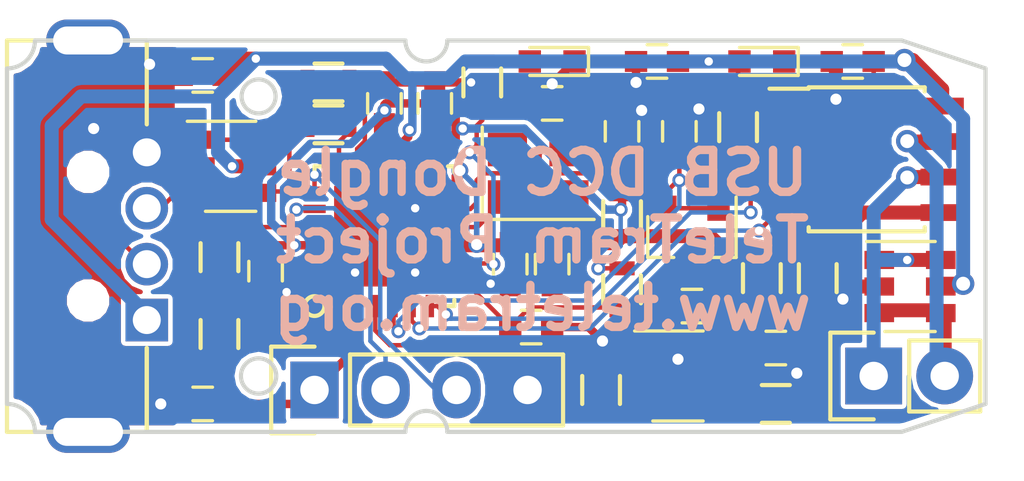
<source format=kicad_pcb>
(kicad_pcb (version 4) (host pcbnew 4.0.5)

  (general
    (links 94)
    (no_connects 0)
    (area 84.59 58.465 121.436191 75.935)
    (thickness 1.6)
    (drawings 21)
    (tracks 383)
    (zones 0)
    (modules 39)
    (nets 34)
  )

  (page A4)
  (layers
    (0 F.Cu signal)
    (31 B.Cu signal hide)
    (32 B.Adhes user hide)
    (33 F.Adhes user hide)
    (34 B.Paste user hide)
    (35 F.Paste user hide)
    (36 B.SilkS user hide)
    (37 F.SilkS user)
    (38 B.Mask user)
    (39 F.Mask user)
    (40 Dwgs.User user)
    (41 Cmts.User user)
    (42 Eco1.User user hide)
    (43 Eco2.User user)
    (44 Edge.Cuts user)
    (45 Margin user)
    (46 B.CrtYd user)
    (47 F.CrtYd user)
    (48 B.Fab user)
    (49 F.Fab user)
  )

  (setup
    (last_trace_width 0.16)
    (user_trace_width 0.16)
    (user_trace_width 0.2)
    (user_trace_width 0.3)
    (user_trace_width 0.5)
    (trace_clearance 0.16)
    (zone_clearance 0.16)
    (zone_45_only no)
    (trace_min 0.16)
    (segment_width 0.2)
    (edge_width 0.15)
    (via_size 0.5)
    (via_drill 0.3)
    (via_min_size 0.4)
    (via_min_drill 0.3)
    (user_via 0.5 0.3)
    (user_via 0.8 0.5)
    (uvia_size 0.3)
    (uvia_drill 0.1)
    (uvias_allowed no)
    (uvia_min_size 0.2)
    (uvia_min_drill 0.1)
    (pcb_text_width 0.3)
    (pcb_text_size 1.5 1.5)
    (mod_edge_width 0.15)
    (mod_text_size 1 1)
    (mod_text_width 0.15)
    (pad_size 1.524 1.524)
    (pad_drill 0.762)
    (pad_to_mask_clearance 0.2)
    (aux_axis_origin 0 0)
    (visible_elements FFFEFF7F)
    (pcbplotparams
      (layerselection 0x010f8_80000001)
      (usegerberextensions false)
      (excludeedgelayer true)
      (linewidth 0.100000)
      (plotframeref false)
      (viasonmask false)
      (mode 1)
      (useauxorigin false)
      (hpglpennumber 1)
      (hpglpenspeed 20)
      (hpglpendiameter 15)
      (hpglpenoverlay 2)
      (psnegative false)
      (psa4output false)
      (plotreference true)
      (plotvalue true)
      (plotinvisibletext false)
      (padsonsilk false)
      (subtractmaskfromsilk false)
      (outputformat 1)
      (mirror false)
      (drillshape 0)
      (scaleselection 1)
      (outputdirectory gerber/))
  )

  (net 0 "")
  (net 1 GND)
  (net 2 /XTALP)
  (net 3 5V)
  (net 4 /XTALN)
  (net 5 /RESETn)
  (net 6 "Net-(C6-Pad2)")
  (net 7 /CMP_N)
  (net 8 3V3A)
  (net 9 3V3)
  (net 10 "Net-(C14-Pad2)")
  (net 11 /CMP_P)
  (net 12 "Net-(D2-Pad2)")
  (net 13 "Net-(D3-Pad2)")
  (net 14 /USB_DM)
  (net 15 /USB_DP)
  (net 16 /DCC_A)
  (net 17 /DCC_B)
  (net 18 /SWCLK)
  (net 19 /SWDIO)
  (net 20 "Net-(R1-Pad2)")
  (net 21 "Net-(R2-Pad2)")
  (net 22 "Net-(R4-Pad2)")
  (net 23 /DBGPIN0)
  (net 24 /DBGPIN1)
  (net 25 /DBGPIN2)
  (net 26 /DBGPIN3)
  (net 27 "Net-(R12-Pad1)")
  (net 28 /LED_RED)
  (net 29 /DCC_EN)
  (net 30 /DCC_TX)
  (net 31 "Net-(U3-Pad1)")
  (net 32 "Net-(Y1-Pad2)")
  (net 33 "Net-(Y1-Pad4)")

  (net_class Default "This is the default net class."
    (clearance 0.16)
    (trace_width 0.16)
    (via_dia 0.5)
    (via_drill 0.3)
    (uvia_dia 0.3)
    (uvia_drill 0.1)
    (add_net /CMP_N)
    (add_net /CMP_P)
    (add_net /DBGPIN0)
    (add_net /DBGPIN1)
    (add_net /DBGPIN2)
    (add_net /DBGPIN3)
    (add_net /DCC_A)
    (add_net /DCC_B)
    (add_net /DCC_EN)
    (add_net /DCC_TX)
    (add_net /LED_RED)
    (add_net /RESETn)
    (add_net /SWCLK)
    (add_net /SWDIO)
    (add_net /USB_DM)
    (add_net /USB_DP)
    (add_net /XTALN)
    (add_net /XTALP)
    (add_net "Net-(C14-Pad2)")
    (add_net "Net-(C6-Pad2)")
    (add_net "Net-(D2-Pad2)")
    (add_net "Net-(D3-Pad2)")
    (add_net "Net-(R1-Pad2)")
    (add_net "Net-(R12-Pad1)")
    (add_net "Net-(R2-Pad2)")
    (add_net "Net-(R4-Pad2)")
    (add_net "Net-(U3-Pad1)")
    (add_net "Net-(Y1-Pad2)")
    (add_net "Net-(Y1-Pad4)")
  )

  (net_class power ""
    (clearance 0.16)
    (trace_width 0.3)
    (via_dia 0.6)
    (via_drill 0.4)
    (uvia_dia 0.3)
    (uvia_drill 0.1)
    (add_net 3V3)
    (add_net 3V3A)
    (add_net 5V)
    (add_net GND)
  )

  (module Capacitors_SMD:C_0603 (layer F.Cu) (tedit 588E9187) (tstamp 588D5211)
    (at 103 68 90)
    (descr "Capacitor SMD 0603, reflow soldering, AVX (see smccp.pdf)")
    (tags "capacitor 0603")
    (path /58878662)
    (attr smd)
    (fp_text reference C8 (at 0 0.05 90) (layer F.CrtYd)
      (effects (font (size 1 1) (thickness 0.15)))
    )
    (fp_text value 100n (at 0 1.9 90) (layer F.Fab)
      (effects (font (size 1 1) (thickness 0.15)))
    )
    (fp_line (start -0.8 0.4) (end -0.8 -0.4) (layer F.Fab) (width 0.1))
    (fp_line (start 0.8 0.4) (end -0.8 0.4) (layer F.Fab) (width 0.1))
    (fp_line (start 0.8 -0.4) (end 0.8 0.4) (layer F.Fab) (width 0.1))
    (fp_line (start -0.8 -0.4) (end 0.8 -0.4) (layer F.Fab) (width 0.1))
    (fp_line (start -1.45 -0.75) (end 1.45 -0.75) (layer F.CrtYd) (width 0.05))
    (fp_line (start -1.45 0.75) (end 1.45 0.75) (layer F.CrtYd) (width 0.05))
    (fp_line (start -1.45 -0.75) (end -1.45 0.75) (layer F.CrtYd) (width 0.05))
    (fp_line (start 1.45 -0.75) (end 1.45 0.75) (layer F.CrtYd) (width 0.05))
    (fp_line (start -0.35 -0.6) (end 0.35 -0.6) (layer F.SilkS) (width 0.12))
    (fp_line (start 0.35 0.6) (end -0.35 0.6) (layer F.SilkS) (width 0.12))
    (pad 1 smd rect (at -0.75 0 90) (size 0.8 0.75) (layers F.Cu F.Paste F.Mask)
      (net 1 GND))
    (pad 2 smd rect (at 0.75 0 90) (size 0.8 0.75) (layers F.Cu F.Paste F.Mask)
      (net 8 3V3A))
    (model Capacitors_SMD.3dshapes/C_0603.wrl
      (at (xyz 0 0 0))
      (scale (xyz 1 1 1))
      (rotate (xyz 0 0 0))
    )
  )

  (module Capacitors_SMD:C_0603 (layer F.Cu) (tedit 588E919C) (tstamp 588D51A1)
    (at 107 63.25 270)
    (descr "Capacitor SMD 0603, reflow soldering, AVX (see smccp.pdf)")
    (tags "capacitor 0603")
    (path /5888255A)
    (attr smd)
    (fp_text reference C1 (at 0.05 -0.05 270) (layer F.CrtYd)
      (effects (font (size 1 1) (thickness 0.15)))
    )
    (fp_text value 12 (at 0 1.9 270) (layer F.Fab)
      (effects (font (size 1 1) (thickness 0.15)))
    )
    (fp_line (start -0.8 0.4) (end -0.8 -0.4) (layer F.Fab) (width 0.1))
    (fp_line (start 0.8 0.4) (end -0.8 0.4) (layer F.Fab) (width 0.1))
    (fp_line (start 0.8 -0.4) (end 0.8 0.4) (layer F.Fab) (width 0.1))
    (fp_line (start -0.8 -0.4) (end 0.8 -0.4) (layer F.Fab) (width 0.1))
    (fp_line (start -1.45 -0.75) (end 1.45 -0.75) (layer F.CrtYd) (width 0.05))
    (fp_line (start -1.45 0.75) (end 1.45 0.75) (layer F.CrtYd) (width 0.05))
    (fp_line (start -1.45 -0.75) (end -1.45 0.75) (layer F.CrtYd) (width 0.05))
    (fp_line (start 1.45 -0.75) (end 1.45 0.75) (layer F.CrtYd) (width 0.05))
    (fp_line (start -0.35 -0.6) (end 0.35 -0.6) (layer F.SilkS) (width 0.12))
    (fp_line (start 0.35 0.6) (end -0.35 0.6) (layer F.SilkS) (width 0.12))
    (pad 1 smd rect (at -0.75 0 270) (size 0.8 0.75) (layers F.Cu F.Paste F.Mask)
      (net 1 GND))
    (pad 2 smd rect (at 0.75 0 270) (size 0.8 0.75) (layers F.Cu F.Paste F.Mask)
      (net 2 /XTALP))
    (model Capacitors_SMD.3dshapes/C_0603.wrl
      (at (xyz 0 0 0))
      (scale (xyz 1 1 1))
      (rotate (xyz 0 0 0))
    )
  )

  (module Capacitors_SMD:C_0603 (layer F.Cu) (tedit 588E9220) (tstamp 588D51B1)
    (at 115.25 60.75)
    (descr "Capacitor SMD 0603, reflow soldering, AVX (see smccp.pdf)")
    (tags "capacitor 0603")
    (path /5887E43F)
    (attr smd)
    (fp_text reference C2 (at 0.05 0) (layer F.CrtYd)
      (effects (font (size 1 1) (thickness 0.15)))
    )
    (fp_text value 100n (at 0 1.9) (layer F.Fab)
      (effects (font (size 1 1) (thickness 0.15)))
    )
    (fp_line (start -0.8 0.4) (end -0.8 -0.4) (layer F.Fab) (width 0.1))
    (fp_line (start 0.8 0.4) (end -0.8 0.4) (layer F.Fab) (width 0.1))
    (fp_line (start 0.8 -0.4) (end 0.8 0.4) (layer F.Fab) (width 0.1))
    (fp_line (start -0.8 -0.4) (end 0.8 -0.4) (layer F.Fab) (width 0.1))
    (fp_line (start -1.45 -0.75) (end 1.45 -0.75) (layer F.CrtYd) (width 0.05))
    (fp_line (start -1.45 0.75) (end 1.45 0.75) (layer F.CrtYd) (width 0.05))
    (fp_line (start -1.45 -0.75) (end -1.45 0.75) (layer F.CrtYd) (width 0.05))
    (fp_line (start 1.45 -0.75) (end 1.45 0.75) (layer F.CrtYd) (width 0.05))
    (fp_line (start -0.35 -0.6) (end 0.35 -0.6) (layer F.SilkS) (width 0.12))
    (fp_line (start 0.35 0.6) (end -0.35 0.6) (layer F.SilkS) (width 0.12))
    (pad 1 smd rect (at -0.75 0) (size 0.8 0.75) (layers F.Cu F.Paste F.Mask)
      (net 1 GND))
    (pad 2 smd rect (at 0.75 0) (size 0.8 0.75) (layers F.Cu F.Paste F.Mask)
      (net 3 5V))
    (model Capacitors_SMD.3dshapes/C_0603.wrl
      (at (xyz 0 0 0))
      (scale (xyz 1 1 1))
      (rotate (xyz 0 0 0))
    )
  )

  (module Capacitors_SMD:C_0603 (layer F.Cu) (tedit 588E917D) (tstamp 588D51C1)
    (at 104.5 62.25)
    (descr "Capacitor SMD 0603, reflow soldering, AVX (see smccp.pdf)")
    (tags "capacitor 0603")
    (path /58882740)
    (attr smd)
    (fp_text reference C3 (at -0.05 0.05) (layer F.CrtYd)
      (effects (font (size 1 1) (thickness 0.15)))
    )
    (fp_text value 12 (at 0 1.9) (layer F.Fab)
      (effects (font (size 1 1) (thickness 0.15)))
    )
    (fp_line (start -0.8 0.4) (end -0.8 -0.4) (layer F.Fab) (width 0.1))
    (fp_line (start 0.8 0.4) (end -0.8 0.4) (layer F.Fab) (width 0.1))
    (fp_line (start 0.8 -0.4) (end 0.8 0.4) (layer F.Fab) (width 0.1))
    (fp_line (start -0.8 -0.4) (end 0.8 -0.4) (layer F.Fab) (width 0.1))
    (fp_line (start -1.45 -0.75) (end 1.45 -0.75) (layer F.CrtYd) (width 0.05))
    (fp_line (start -1.45 0.75) (end 1.45 0.75) (layer F.CrtYd) (width 0.05))
    (fp_line (start -1.45 -0.75) (end -1.45 0.75) (layer F.CrtYd) (width 0.05))
    (fp_line (start 1.45 -0.75) (end 1.45 0.75) (layer F.CrtYd) (width 0.05))
    (fp_line (start -0.35 -0.6) (end 0.35 -0.6) (layer F.SilkS) (width 0.12))
    (fp_line (start 0.35 0.6) (end -0.35 0.6) (layer F.SilkS) (width 0.12))
    (pad 1 smd rect (at -0.75 0) (size 0.8 0.75) (layers F.Cu F.Paste F.Mask)
      (net 1 GND))
    (pad 2 smd rect (at 0.75 0) (size 0.8 0.75) (layers F.Cu F.Paste F.Mask)
      (net 4 /XTALN))
    (model Capacitors_SMD.3dshapes/C_0603.wrl
      (at (xyz 0 0 0))
      (scale (xyz 1 1 1))
      (rotate (xyz 0 0 0))
    )
  )

  (module Capacitors_SMD:C_0603 (layer F.Cu) (tedit 588E91C8) (tstamp 588D51D1)
    (at 103.75 70.25 180)
    (descr "Capacitor SMD 0603, reflow soldering, AVX (see smccp.pdf)")
    (tags "capacitor 0603")
    (path /5887EA12)
    (attr smd)
    (fp_text reference C4 (at 0.05 -0.05 180) (layer F.CrtYd)
      (effects (font (size 1 1) (thickness 0.15)))
    )
    (fp_text value 1u (at 0 1.9 180) (layer F.Fab)
      (effects (font (size 1 1) (thickness 0.15)))
    )
    (fp_line (start -0.8 0.4) (end -0.8 -0.4) (layer F.Fab) (width 0.1))
    (fp_line (start 0.8 0.4) (end -0.8 0.4) (layer F.Fab) (width 0.1))
    (fp_line (start 0.8 -0.4) (end 0.8 0.4) (layer F.Fab) (width 0.1))
    (fp_line (start -0.8 -0.4) (end 0.8 -0.4) (layer F.Fab) (width 0.1))
    (fp_line (start -1.45 -0.75) (end 1.45 -0.75) (layer F.CrtYd) (width 0.05))
    (fp_line (start -1.45 0.75) (end 1.45 0.75) (layer F.CrtYd) (width 0.05))
    (fp_line (start -1.45 -0.75) (end -1.45 0.75) (layer F.CrtYd) (width 0.05))
    (fp_line (start 1.45 -0.75) (end 1.45 0.75) (layer F.CrtYd) (width 0.05))
    (fp_line (start -0.35 -0.6) (end 0.35 -0.6) (layer F.SilkS) (width 0.12))
    (fp_line (start 0.35 0.6) (end -0.35 0.6) (layer F.SilkS) (width 0.12))
    (pad 1 smd rect (at -0.75 0 180) (size 0.8 0.75) (layers F.Cu F.Paste F.Mask)
      (net 1 GND))
    (pad 2 smd rect (at 0.75 0 180) (size 0.8 0.75) (layers F.Cu F.Paste F.Mask)
      (net 5 /RESETn))
    (model Capacitors_SMD.3dshapes/C_0603.wrl
      (at (xyz 0 0 0))
      (scale (xyz 1 1 1))
      (rotate (xyz 0 0 0))
    )
  )

  (module Capacitors_SMD:C_0603 (layer F.Cu) (tedit 588E9082) (tstamp 588D51E1)
    (at 92 61.25)
    (descr "Capacitor SMD 0603, reflow soldering, AVX (see smccp.pdf)")
    (tags "capacitor 0603")
    (path /588787A8)
    (attr smd)
    (fp_text reference C5 (at 0.05 0.05) (layer F.CrtYd)
      (effects (font (size 1 1) (thickness 0.15)))
    )
    (fp_text value 4u7 (at 0 1.9) (layer F.Fab)
      (effects (font (size 1 1) (thickness 0.15)))
    )
    (fp_line (start -0.8 0.4) (end -0.8 -0.4) (layer F.Fab) (width 0.1))
    (fp_line (start 0.8 0.4) (end -0.8 0.4) (layer F.Fab) (width 0.1))
    (fp_line (start 0.8 -0.4) (end 0.8 0.4) (layer F.Fab) (width 0.1))
    (fp_line (start -0.8 -0.4) (end 0.8 -0.4) (layer F.Fab) (width 0.1))
    (fp_line (start -1.45 -0.75) (end 1.45 -0.75) (layer F.CrtYd) (width 0.05))
    (fp_line (start -1.45 0.75) (end 1.45 0.75) (layer F.CrtYd) (width 0.05))
    (fp_line (start -1.45 -0.75) (end -1.45 0.75) (layer F.CrtYd) (width 0.05))
    (fp_line (start 1.45 -0.75) (end 1.45 0.75) (layer F.CrtYd) (width 0.05))
    (fp_line (start -0.35 -0.6) (end 0.35 -0.6) (layer F.SilkS) (width 0.12))
    (fp_line (start 0.35 0.6) (end -0.35 0.6) (layer F.SilkS) (width 0.12))
    (pad 1 smd rect (at -0.75 0) (size 0.8 0.75) (layers F.Cu F.Paste F.Mask)
      (net 1 GND))
    (pad 2 smd rect (at 0.75 0) (size 0.8 0.75) (layers F.Cu F.Paste F.Mask)
      (net 3 5V))
    (model Capacitors_SMD.3dshapes/C_0603.wrl
      (at (xyz 0 0 0))
      (scale (xyz 1 1 1))
      (rotate (xyz 0 0 0))
    )
  )

  (module Capacitors_SMD:C_0603 (layer F.Cu) (tedit 588E9172) (tstamp 588D51F1)
    (at 100.3 62.25 270)
    (descr "Capacitor SMD 0603, reflow soldering, AVX (see smccp.pdf)")
    (tags "capacitor 0603")
    (path /58878728)
    (attr smd)
    (fp_text reference C6 (at 0.05 -0.05 270) (layer F.CrtYd)
      (effects (font (size 1 1) (thickness 0.15)))
    )
    (fp_text value 1u (at 0 1.9 270) (layer F.Fab)
      (effects (font (size 1 1) (thickness 0.15)))
    )
    (fp_line (start -0.8 0.4) (end -0.8 -0.4) (layer F.Fab) (width 0.1))
    (fp_line (start 0.8 0.4) (end -0.8 0.4) (layer F.Fab) (width 0.1))
    (fp_line (start 0.8 -0.4) (end 0.8 0.4) (layer F.Fab) (width 0.1))
    (fp_line (start -0.8 -0.4) (end 0.8 -0.4) (layer F.Fab) (width 0.1))
    (fp_line (start -1.45 -0.75) (end 1.45 -0.75) (layer F.CrtYd) (width 0.05))
    (fp_line (start -1.45 0.75) (end 1.45 0.75) (layer F.CrtYd) (width 0.05))
    (fp_line (start -1.45 -0.75) (end -1.45 0.75) (layer F.CrtYd) (width 0.05))
    (fp_line (start 1.45 -0.75) (end 1.45 0.75) (layer F.CrtYd) (width 0.05))
    (fp_line (start -0.35 -0.6) (end 0.35 -0.6) (layer F.SilkS) (width 0.12))
    (fp_line (start 0.35 0.6) (end -0.35 0.6) (layer F.SilkS) (width 0.12))
    (pad 1 smd rect (at -0.75 0 270) (size 0.8 0.75) (layers F.Cu F.Paste F.Mask)
      (net 1 GND))
    (pad 2 smd rect (at 0.75 0 270) (size 0.8 0.75) (layers F.Cu F.Paste F.Mask)
      (net 6 "Net-(C6-Pad2)"))
    (model Capacitors_SMD.3dshapes/C_0603.wrl
      (at (xyz 0 0 0))
      (scale (xyz 1 1 1))
      (rotate (xyz 0 0 0))
    )
  )

  (module Capacitors_SMD:C_0603 (layer F.Cu) (tedit 588E91A3) (tstamp 588D5201)
    (at 109.05 63.25 270)
    (descr "Capacitor SMD 0603, reflow soldering, AVX (see smccp.pdf)")
    (tags "capacitor 0603")
    (path /5888089D)
    (attr smd)
    (fp_text reference C7 (at 0 -0.05 270) (layer F.CrtYd)
      (effects (font (size 1 1) (thickness 0.15)))
    )
    (fp_text value 100n (at 0 1.9 270) (layer F.Fab)
      (effects (font (size 1 1) (thickness 0.15)))
    )
    (fp_line (start -0.8 0.4) (end -0.8 -0.4) (layer F.Fab) (width 0.1))
    (fp_line (start 0.8 0.4) (end -0.8 0.4) (layer F.Fab) (width 0.1))
    (fp_line (start 0.8 -0.4) (end 0.8 0.4) (layer F.Fab) (width 0.1))
    (fp_line (start -0.8 -0.4) (end 0.8 -0.4) (layer F.Fab) (width 0.1))
    (fp_line (start -1.45 -0.75) (end 1.45 -0.75) (layer F.CrtYd) (width 0.05))
    (fp_line (start -1.45 0.75) (end 1.45 0.75) (layer F.CrtYd) (width 0.05))
    (fp_line (start -1.45 -0.75) (end -1.45 0.75) (layer F.CrtYd) (width 0.05))
    (fp_line (start 1.45 -0.75) (end 1.45 0.75) (layer F.CrtYd) (width 0.05))
    (fp_line (start -0.35 -0.6) (end 0.35 -0.6) (layer F.SilkS) (width 0.12))
    (fp_line (start 0.35 0.6) (end -0.35 0.6) (layer F.SilkS) (width 0.12))
    (pad 1 smd rect (at -0.75 0 270) (size 0.8 0.75) (layers F.Cu F.Paste F.Mask)
      (net 1 GND))
    (pad 2 smd rect (at 0.75 0 270) (size 0.8 0.75) (layers F.Cu F.Paste F.Mask)
      (net 7 /CMP_N))
    (model Capacitors_SMD.3dshapes/C_0603.wrl
      (at (xyz 0 0 0))
      (scale (xyz 1 1 1))
      (rotate (xyz 0 0 0))
    )
  )

  (module Capacitors_SMD:C_0603 (layer F.Cu) (tedit 588E91DF) (tstamp 588D5221)
    (at 104.5 68 90)
    (descr "Capacitor SMD 0603, reflow soldering, AVX (see smccp.pdf)")
    (tags "capacitor 0603")
    (path /588785FC)
    (attr smd)
    (fp_text reference C9 (at 0 0.05 90) (layer F.CrtYd)
      (effects (font (size 1 1) (thickness 0.15)))
    )
    (fp_text value 1u (at 0 1.9 90) (layer F.Fab)
      (effects (font (size 1 1) (thickness 0.15)))
    )
    (fp_line (start -0.8 0.4) (end -0.8 -0.4) (layer F.Fab) (width 0.1))
    (fp_line (start 0.8 0.4) (end -0.8 0.4) (layer F.Fab) (width 0.1))
    (fp_line (start 0.8 -0.4) (end 0.8 0.4) (layer F.Fab) (width 0.1))
    (fp_line (start -0.8 -0.4) (end 0.8 -0.4) (layer F.Fab) (width 0.1))
    (fp_line (start -1.45 -0.75) (end 1.45 -0.75) (layer F.CrtYd) (width 0.05))
    (fp_line (start -1.45 0.75) (end 1.45 0.75) (layer F.CrtYd) (width 0.05))
    (fp_line (start -1.45 -0.75) (end -1.45 0.75) (layer F.CrtYd) (width 0.05))
    (fp_line (start 1.45 -0.75) (end 1.45 0.75) (layer F.CrtYd) (width 0.05))
    (fp_line (start -0.35 -0.6) (end 0.35 -0.6) (layer F.SilkS) (width 0.12))
    (fp_line (start 0.35 0.6) (end -0.35 0.6) (layer F.SilkS) (width 0.12))
    (pad 1 smd rect (at -0.75 0 90) (size 0.8 0.75) (layers F.Cu F.Paste F.Mask)
      (net 1 GND))
    (pad 2 smd rect (at 0.75 0 90) (size 0.8 0.75) (layers F.Cu F.Paste F.Mask)
      (net 8 3V3A))
    (model Capacitors_SMD.3dshapes/C_0603.wrl
      (at (xyz 0 0 0))
      (scale (xyz 1 1 1))
      (rotate (xyz 0 0 0))
    )
  )

  (module Capacitors_SMD:C_0603 (layer F.Cu) (tedit 588E91E6) (tstamp 588D5231)
    (at 109.5 69.5)
    (descr "Capacitor SMD 0603, reflow soldering, AVX (see smccp.pdf)")
    (tags "capacitor 0603")
    (path /588841CF)
    (attr smd)
    (fp_text reference C10 (at 0 0.05) (layer F.CrtYd)
      (effects (font (size 1 1) (thickness 0.15)))
    )
    (fp_text value 100n (at 0 1.9) (layer F.Fab)
      (effects (font (size 1 1) (thickness 0.15)))
    )
    (fp_line (start -0.8 0.4) (end -0.8 -0.4) (layer F.Fab) (width 0.1))
    (fp_line (start 0.8 0.4) (end -0.8 0.4) (layer F.Fab) (width 0.1))
    (fp_line (start 0.8 -0.4) (end 0.8 0.4) (layer F.Fab) (width 0.1))
    (fp_line (start -0.8 -0.4) (end 0.8 -0.4) (layer F.Fab) (width 0.1))
    (fp_line (start -1.45 -0.75) (end 1.45 -0.75) (layer F.CrtYd) (width 0.05))
    (fp_line (start -1.45 0.75) (end 1.45 0.75) (layer F.CrtYd) (width 0.05))
    (fp_line (start -1.45 -0.75) (end -1.45 0.75) (layer F.CrtYd) (width 0.05))
    (fp_line (start 1.45 -0.75) (end 1.45 0.75) (layer F.CrtYd) (width 0.05))
    (fp_line (start -0.35 -0.6) (end 0.35 -0.6) (layer F.SilkS) (width 0.12))
    (fp_line (start 0.35 0.6) (end -0.35 0.6) (layer F.SilkS) (width 0.12))
    (pad 1 smd rect (at -0.75 0) (size 0.8 0.75) (layers F.Cu F.Paste F.Mask)
      (net 1 GND))
    (pad 2 smd rect (at 0.75 0) (size 0.8 0.75) (layers F.Cu F.Paste F.Mask)
      (net 8 3V3A))
    (model Capacitors_SMD.3dshapes/C_0603.wrl
      (at (xyz 0 0 0))
      (scale (xyz 1 1 1))
      (rotate (xyz 0 0 0))
    )
  )

  (module Capacitors_SMD:C_0603 (layer F.Cu) (tedit 588E9041) (tstamp 588D5241)
    (at 94.25 68.25 90)
    (descr "Capacitor SMD 0603, reflow soldering, AVX (see smccp.pdf)")
    (tags "capacitor 0603")
    (path /58878E03)
    (attr smd)
    (fp_text reference C11 (at -0.05 0 90) (layer F.CrtYd)
      (effects (font (size 1 1) (thickness 0.15)))
    )
    (fp_text value 100n (at 0 1.9 90) (layer F.Fab)
      (effects (font (size 1 1) (thickness 0.15)))
    )
    (fp_line (start -0.8 0.4) (end -0.8 -0.4) (layer F.Fab) (width 0.1))
    (fp_line (start 0.8 0.4) (end -0.8 0.4) (layer F.Fab) (width 0.1))
    (fp_line (start 0.8 -0.4) (end 0.8 0.4) (layer F.Fab) (width 0.1))
    (fp_line (start -0.8 -0.4) (end 0.8 -0.4) (layer F.Fab) (width 0.1))
    (fp_line (start -1.45 -0.75) (end 1.45 -0.75) (layer F.CrtYd) (width 0.05))
    (fp_line (start -1.45 0.75) (end 1.45 0.75) (layer F.CrtYd) (width 0.05))
    (fp_line (start -1.45 -0.75) (end -1.45 0.75) (layer F.CrtYd) (width 0.05))
    (fp_line (start 1.45 -0.75) (end 1.45 0.75) (layer F.CrtYd) (width 0.05))
    (fp_line (start -0.35 -0.6) (end 0.35 -0.6) (layer F.SilkS) (width 0.12))
    (fp_line (start 0.35 0.6) (end -0.35 0.6) (layer F.SilkS) (width 0.12))
    (pad 1 smd rect (at -0.75 0 90) (size 0.8 0.75) (layers F.Cu F.Paste F.Mask)
      (net 1 GND))
    (pad 2 smd rect (at 0.75 0 90) (size 0.8 0.75) (layers F.Cu F.Paste F.Mask)
      (net 9 3V3))
    (model Capacitors_SMD.3dshapes/C_0603.wrl
      (at (xyz 0 0 0))
      (scale (xyz 1 1 1))
      (rotate (xyz 0 0 0))
    )
  )

  (module Capacitors_SMD:C_0603 (layer F.Cu) (tedit 588E916D) (tstamp 588D5261)
    (at 98.5 62.25 270)
    (descr "Capacitor SMD 0603, reflow soldering, AVX (see smccp.pdf)")
    (tags "capacitor 0603")
    (path /58878D6F)
    (attr smd)
    (fp_text reference C13 (at -0.05 -0.05 270) (layer F.CrtYd)
      (effects (font (size 1 1) (thickness 0.15)))
    )
    (fp_text value 4u7 (at 0 1.9 270) (layer F.Fab)
      (effects (font (size 1 1) (thickness 0.15)))
    )
    (fp_line (start -0.8 0.4) (end -0.8 -0.4) (layer F.Fab) (width 0.1))
    (fp_line (start 0.8 0.4) (end -0.8 0.4) (layer F.Fab) (width 0.1))
    (fp_line (start 0.8 -0.4) (end 0.8 0.4) (layer F.Fab) (width 0.1))
    (fp_line (start -0.8 -0.4) (end 0.8 -0.4) (layer F.Fab) (width 0.1))
    (fp_line (start -1.45 -0.75) (end 1.45 -0.75) (layer F.CrtYd) (width 0.05))
    (fp_line (start -1.45 0.75) (end 1.45 0.75) (layer F.CrtYd) (width 0.05))
    (fp_line (start -1.45 -0.75) (end -1.45 0.75) (layer F.CrtYd) (width 0.05))
    (fp_line (start 1.45 -0.75) (end 1.45 0.75) (layer F.CrtYd) (width 0.05))
    (fp_line (start -0.35 -0.6) (end 0.35 -0.6) (layer F.SilkS) (width 0.12))
    (fp_line (start 0.35 0.6) (end -0.35 0.6) (layer F.SilkS) (width 0.12))
    (pad 1 smd rect (at -0.75 0 270) (size 0.8 0.75) (layers F.Cu F.Paste F.Mask)
      (net 1 GND))
    (pad 2 smd rect (at 0.75 0 270) (size 0.8 0.75) (layers F.Cu F.Paste F.Mask)
      (net 9 3V3))
    (model Capacitors_SMD.3dshapes/C_0603.wrl
      (at (xyz 0 0 0))
      (scale (xyz 1 1 1))
      (rotate (xyz 0 0 0))
    )
  )

  (module Capacitors_SMD:C_0603 (layer F.Cu) (tedit 58C4D862) (tstamp 588D5271)
    (at 112.5 71 180)
    (descr "Capacitor SMD 0603, reflow soldering, AVX (see smccp.pdf)")
    (tags "capacitor 0603")
    (path /5887FA09)
    (attr smd)
    (fp_text reference C14 (at -0.05 0 180) (layer F.CrtYd)
      (effects (font (size 1 1) (thickness 0.15)))
    )
    (fp_text value 1n (at 0 1.9 180) (layer F.Fab)
      (effects (font (size 1 1) (thickness 0.15)))
    )
    (fp_line (start -0.8 0.4) (end -0.8 -0.4) (layer F.Fab) (width 0.1))
    (fp_line (start 0.8 0.4) (end -0.8 0.4) (layer F.Fab) (width 0.1))
    (fp_line (start 0.8 -0.4) (end 0.8 0.4) (layer F.Fab) (width 0.1))
    (fp_line (start -0.8 -0.4) (end 0.8 -0.4) (layer F.Fab) (width 0.1))
    (fp_line (start -1.45 -0.75) (end 1.45 -0.75) (layer F.CrtYd) (width 0.05))
    (fp_line (start -1.45 0.75) (end 1.45 0.75) (layer F.CrtYd) (width 0.05))
    (fp_line (start -1.45 -0.75) (end -1.45 0.75) (layer F.CrtYd) (width 0.05))
    (fp_line (start 1.45 -0.75) (end 1.45 0.75) (layer F.CrtYd) (width 0.05))
    (fp_line (start -0.35 -0.6) (end 0.35 -0.6) (layer F.SilkS) (width 0.12))
    (fp_line (start 0.35 0.6) (end -0.35 0.6) (layer F.SilkS) (width 0.12))
    (pad 1 smd rect (at -0.75 0 180) (size 0.8 0.75) (layers F.Cu F.Paste F.Mask)
      (net 1 GND))
    (pad 2 smd rect (at 0.75 0 180) (size 0.8 0.75) (layers F.Cu F.Paste F.Mask)
      (net 10 "Net-(C14-Pad2)"))
    (model Capacitors_SMD.3dshapes/C_0603.wrl
      (at (xyz 0 0 0))
      (scale (xyz 1 1 1))
      (rotate (xyz 0 0 0))
    )
  )

  (module Capacitors_SMD:C_0603 (layer F.Cu) (tedit 588E90E0) (tstamp 588D5281)
    (at 108.25 60.75)
    (descr "Capacitor SMD 0603, reflow soldering, AVX (see smccp.pdf)")
    (tags "capacitor 0603")
    (path /5887E13E)
    (attr smd)
    (fp_text reference C15 (at -0.05 0.05) (layer F.CrtYd)
      (effects (font (size 1 1) (thickness 0.15)))
    )
    (fp_text value 1u (at 0 1.9) (layer F.Fab)
      (effects (font (size 1 1) (thickness 0.15)))
    )
    (fp_line (start -0.8 0.4) (end -0.8 -0.4) (layer F.Fab) (width 0.1))
    (fp_line (start 0.8 0.4) (end -0.8 0.4) (layer F.Fab) (width 0.1))
    (fp_line (start 0.8 -0.4) (end 0.8 0.4) (layer F.Fab) (width 0.1))
    (fp_line (start -0.8 -0.4) (end 0.8 -0.4) (layer F.Fab) (width 0.1))
    (fp_line (start -1.45 -0.75) (end 1.45 -0.75) (layer F.CrtYd) (width 0.05))
    (fp_line (start -1.45 0.75) (end 1.45 0.75) (layer F.CrtYd) (width 0.05))
    (fp_line (start -1.45 -0.75) (end -1.45 0.75) (layer F.CrtYd) (width 0.05))
    (fp_line (start 1.45 -0.75) (end 1.45 0.75) (layer F.CrtYd) (width 0.05))
    (fp_line (start -0.35 -0.6) (end 0.35 -0.6) (layer F.SilkS) (width 0.12))
    (fp_line (start 0.35 0.6) (end -0.35 0.6) (layer F.SilkS) (width 0.12))
    (pad 1 smd rect (at -0.75 0) (size 0.8 0.75) (layers F.Cu F.Paste F.Mask)
      (net 1 GND))
    (pad 2 smd rect (at 0.75 0) (size 0.8 0.75) (layers F.Cu F.Paste F.Mask)
      (net 3 5V))
    (model Capacitors_SMD.3dshapes/C_0603.wrl
      (at (xyz 0 0 0))
      (scale (xyz 1 1 1))
      (rotate (xyz 0 0 0))
    )
  )

  (module TO_SOT_Packages_SMD:SOT-23 (layer F.Cu) (tedit 588E91ED) (tstamp 588D5295)
    (at 109.5 67 270)
    (descr "SOT-23, Standard")
    (tags SOT-23)
    (path /5888025D)
    (attr smd)
    (fp_text reference D1 (at -0.2 -0.1 360) (layer F.CrtYd)
      (effects (font (size 1 1) (thickness 0.15)))
    )
    (fp_text value BAT54SL (at 0 2.5 270) (layer F.Fab)
      (effects (font (size 1 1) (thickness 0.15)))
    )
    (fp_line (start -0.2 -1.52) (end -0.7 -1.02) (layer F.Fab) (width 0.1))
    (fp_line (start 0.76 1.58) (end 0.76 0.65) (layer F.SilkS) (width 0.12))
    (fp_line (start 0.76 -1.58) (end 0.76 -0.65) (layer F.SilkS) (width 0.12))
    (fp_line (start 0.7 -1.52) (end 0.7 1.52) (layer F.Fab) (width 0.1))
    (fp_line (start -0.7 1.52) (end 0.7 1.52) (layer F.Fab) (width 0.1))
    (fp_line (start -1.7 -1.75) (end 1.7 -1.75) (layer F.CrtYd) (width 0.05))
    (fp_line (start 1.7 -1.75) (end 1.7 1.75) (layer F.CrtYd) (width 0.05))
    (fp_line (start 1.7 1.75) (end -1.7 1.75) (layer F.CrtYd) (width 0.05))
    (fp_line (start -1.7 1.75) (end -1.7 -1.75) (layer F.CrtYd) (width 0.05))
    (fp_line (start 0.76 -1.58) (end -1.4 -1.58) (layer F.SilkS) (width 0.12))
    (fp_line (start -0.2 -1.52) (end 0.7 -1.52) (layer F.Fab) (width 0.1))
    (fp_line (start -0.7 -1.02) (end -0.7 1.52) (layer F.Fab) (width 0.1))
    (fp_line (start 0.76 1.58) (end -0.7 1.58) (layer F.SilkS) (width 0.12))
    (pad 1 smd rect (at -1 -0.95 270) (size 0.9 0.8) (layers F.Cu F.Paste F.Mask)
      (net 7 /CMP_N))
    (pad 2 smd rect (at -1 0.95 270) (size 0.9 0.8) (layers F.Cu F.Paste F.Mask)
      (net 7 /CMP_N))
    (pad 3 smd rect (at 1 0 270) (size 0.9 0.8) (layers F.Cu F.Paste F.Mask)
      (net 11 /CMP_P))
    (model TO_SOT_Packages_SMD.3dshapes/SOT-23.wrl
      (at (xyz 0 0 0))
      (scale (xyz 1 1 1))
      (rotate (xyz 0 0 90))
    )
  )

  (module LEDs:LED_0603 (layer F.Cu) (tedit 588E90DB) (tstamp 588D52AA)
    (at 104.5 60.75 180)
    (descr "LED 0603 smd package")
    (tags "LED led 0603 SMD smd SMT smt smdled SMDLED smtled SMTLED")
    (path /58885F02)
    (attr smd)
    (fp_text reference D2 (at 0.1 0 180) (layer F.CrtYd)
      (effects (font (size 1 1) (thickness 0.15)))
    )
    (fp_text value RED (at 0 1.35 180) (layer F.Fab)
      (effects (font (size 1 1) (thickness 0.15)))
    )
    (fp_line (start -1.3 -0.5) (end -1.3 0.5) (layer F.SilkS) (width 0.12))
    (fp_line (start -0.2 -0.2) (end -0.2 0.2) (layer F.Fab) (width 0.1))
    (fp_line (start -0.15 0) (end 0.15 -0.2) (layer F.Fab) (width 0.1))
    (fp_line (start 0.15 0.2) (end -0.15 0) (layer F.Fab) (width 0.1))
    (fp_line (start 0.15 -0.2) (end 0.15 0.2) (layer F.Fab) (width 0.1))
    (fp_line (start 0.8 0.4) (end -0.8 0.4) (layer F.Fab) (width 0.1))
    (fp_line (start 0.8 -0.4) (end 0.8 0.4) (layer F.Fab) (width 0.1))
    (fp_line (start -0.8 -0.4) (end 0.8 -0.4) (layer F.Fab) (width 0.1))
    (fp_line (start -0.8 0.4) (end -0.8 -0.4) (layer F.Fab) (width 0.1))
    (fp_line (start -1.3 0.5) (end 0.8 0.5) (layer F.SilkS) (width 0.12))
    (fp_line (start -1.3 -0.5) (end 0.8 -0.5) (layer F.SilkS) (width 0.12))
    (fp_line (start 1.45 -0.65) (end 1.45 0.65) (layer F.CrtYd) (width 0.05))
    (fp_line (start 1.45 0.65) (end -1.45 0.65) (layer F.CrtYd) (width 0.05))
    (fp_line (start -1.45 0.65) (end -1.45 -0.65) (layer F.CrtYd) (width 0.05))
    (fp_line (start -1.45 -0.65) (end 1.45 -0.65) (layer F.CrtYd) (width 0.05))
    (pad 2 smd rect (at 0.8 0) (size 0.8 0.8) (layers F.Cu F.Paste F.Mask)
      (net 12 "Net-(D2-Pad2)"))
    (pad 1 smd rect (at -0.8 0) (size 0.8 0.8) (layers F.Cu F.Paste F.Mask)
      (net 1 GND))
    (model LEDs.3dshapes/LED_0603.wrl
      (at (xyz 0 0 0))
      (scale (xyz 1 1 1))
      (rotate (xyz 0 0 180))
    )
  )

  (module LEDs:LED_0603 (layer F.Cu) (tedit 588E9226) (tstamp 588D52BF)
    (at 112 60.75 180)
    (descr "LED 0603 smd package")
    (tags "LED led 0603 SMD smd SMT smt smdled SMDLED smtled SMTLED")
    (path /58885D20)
    (attr smd)
    (fp_text reference D3 (at 0.1 0 180) (layer F.CrtYd)
      (effects (font (size 1 1) (thickness 0.15)))
    )
    (fp_text value YELLOW (at 0 1.35 180) (layer F.Fab)
      (effects (font (size 1 1) (thickness 0.15)))
    )
    (fp_line (start -1.3 -0.5) (end -1.3 0.5) (layer F.SilkS) (width 0.12))
    (fp_line (start -0.2 -0.2) (end -0.2 0.2) (layer F.Fab) (width 0.1))
    (fp_line (start -0.15 0) (end 0.15 -0.2) (layer F.Fab) (width 0.1))
    (fp_line (start 0.15 0.2) (end -0.15 0) (layer F.Fab) (width 0.1))
    (fp_line (start 0.15 -0.2) (end 0.15 0.2) (layer F.Fab) (width 0.1))
    (fp_line (start 0.8 0.4) (end -0.8 0.4) (layer F.Fab) (width 0.1))
    (fp_line (start 0.8 -0.4) (end 0.8 0.4) (layer F.Fab) (width 0.1))
    (fp_line (start -0.8 -0.4) (end 0.8 -0.4) (layer F.Fab) (width 0.1))
    (fp_line (start -0.8 0.4) (end -0.8 -0.4) (layer F.Fab) (width 0.1))
    (fp_line (start -1.3 0.5) (end 0.8 0.5) (layer F.SilkS) (width 0.12))
    (fp_line (start -1.3 -0.5) (end 0.8 -0.5) (layer F.SilkS) (width 0.12))
    (fp_line (start 1.45 -0.65) (end 1.45 0.65) (layer F.CrtYd) (width 0.05))
    (fp_line (start 1.45 0.65) (end -1.45 0.65) (layer F.CrtYd) (width 0.05))
    (fp_line (start -1.45 0.65) (end -1.45 -0.65) (layer F.CrtYd) (width 0.05))
    (fp_line (start -1.45 -0.65) (end 1.45 -0.65) (layer F.CrtYd) (width 0.05))
    (pad 2 smd rect (at 0.8 0) (size 0.8 0.8) (layers F.Cu F.Paste F.Mask)
      (net 13 "Net-(D3-Pad2)"))
    (pad 1 smd rect (at -0.8 0) (size 0.8 0.8) (layers F.Cu F.Paste F.Mask)
      (net 1 GND))
    (model LEDs.3dshapes/LED_0603.wrl
      (at (xyz 0 0 0))
      (scale (xyz 1 1 1))
      (rotate (xyz 0 0 180))
    )
  )

  (module TO_SOT_Packages_SMD:SOT-23-6 (layer F.Cu) (tedit 588E907E) (tstamp 588D52D4)
    (at 93 64.5)
    (descr "6-pin SOT-23 package")
    (tags SOT-23-6)
    (path /5888AFA7)
    (attr smd)
    (fp_text reference D4 (at 0 -0.05) (layer F.CrtYd)
      (effects (font (size 1 1) (thickness 0.15)))
    )
    (fp_text value USBLC6-2 (at 0 2.9) (layer F.Fab)
      (effects (font (size 1 1) (thickness 0.15)))
    )
    (fp_line (start -0.9 1.61) (end 0.9 1.61) (layer F.SilkS) (width 0.12))
    (fp_line (start 0.9 -1.61) (end -1.55 -1.61) (layer F.SilkS) (width 0.12))
    (fp_line (start 1.9 -1.8) (end -1.9 -1.8) (layer F.CrtYd) (width 0.05))
    (fp_line (start 1.9 1.8) (end 1.9 -1.8) (layer F.CrtYd) (width 0.05))
    (fp_line (start -1.9 1.8) (end 1.9 1.8) (layer F.CrtYd) (width 0.05))
    (fp_line (start -1.9 -1.8) (end -1.9 1.8) (layer F.CrtYd) (width 0.05))
    (fp_line (start -0.4 -1.55) (end -0.9 -1.05) (layer F.Fab) (width 0.1))
    (fp_line (start 0.9 -1.55) (end -0.4 -1.55) (layer F.Fab) (width 0.1))
    (fp_line (start -0.9 -1.05) (end -0.9 1.55) (layer F.Fab) (width 0.1))
    (fp_line (start 0.9 1.55) (end -0.9 1.55) (layer F.Fab) (width 0.1))
    (fp_line (start 0.9 -1.55) (end 0.9 1.55) (layer F.Fab) (width 0.1))
    (pad 1 smd rect (at -1.1 -0.95) (size 1.06 0.65) (layers F.Cu F.Paste F.Mask)
      (net 14 /USB_DM))
    (pad 2 smd rect (at -1.1 0) (size 1.06 0.65) (layers F.Cu F.Paste F.Mask)
      (net 1 GND))
    (pad 3 smd rect (at -1.1 0.95) (size 1.06 0.65) (layers F.Cu F.Paste F.Mask)
      (net 15 /USB_DP))
    (pad 4 smd rect (at 1.1 0.95) (size 1.06 0.65) (layers F.Cu F.Paste F.Mask)
      (net 15 /USB_DP))
    (pad 6 smd rect (at 1.1 -0.95) (size 1.06 0.65) (layers F.Cu F.Paste F.Mask)
      (net 14 /USB_DM))
    (pad 5 smd rect (at 1.1 0) (size 1.06 0.65) (layers F.Cu F.Paste F.Mask)
      (net 3 5V))
    (model TO_SOT_Packages_SMD.3dshapes/SOT-23-6.wrl
      (at (xyz 0 0 0))
      (scale (xyz 1 1 1))
      (rotate (xyz 0 0 0))
    )
  )

  (module TO_SOT_Packages_SMD:SOT-23-6 (layer F.Cu) (tedit 588E9216) (tstamp 588D52E9)
    (at 117.3 68.8)
    (descr "6-pin SOT-23 package")
    (tags SOT-23-6)
    (path /5888B343)
    (attr smd)
    (fp_text reference D5 (at -0.05 0.1) (layer F.CrtYd)
      (effects (font (size 1 1) (thickness 0.15)))
    )
    (fp_text value USBLC6-2 (at 0 2.9) (layer F.Fab)
      (effects (font (size 1 1) (thickness 0.15)))
    )
    (fp_line (start -0.9 1.61) (end 0.9 1.61) (layer F.SilkS) (width 0.12))
    (fp_line (start 0.9 -1.61) (end -1.55 -1.61) (layer F.SilkS) (width 0.12))
    (fp_line (start 1.9 -1.8) (end -1.9 -1.8) (layer F.CrtYd) (width 0.05))
    (fp_line (start 1.9 1.8) (end 1.9 -1.8) (layer F.CrtYd) (width 0.05))
    (fp_line (start -1.9 1.8) (end 1.9 1.8) (layer F.CrtYd) (width 0.05))
    (fp_line (start -1.9 -1.8) (end -1.9 1.8) (layer F.CrtYd) (width 0.05))
    (fp_line (start -0.4 -1.55) (end -0.9 -1.05) (layer F.Fab) (width 0.1))
    (fp_line (start 0.9 -1.55) (end -0.4 -1.55) (layer F.Fab) (width 0.1))
    (fp_line (start -0.9 -1.05) (end -0.9 1.55) (layer F.Fab) (width 0.1))
    (fp_line (start 0.9 1.55) (end -0.9 1.55) (layer F.Fab) (width 0.1))
    (fp_line (start 0.9 -1.55) (end 0.9 1.55) (layer F.Fab) (width 0.1))
    (pad 1 smd rect (at -1.1 -0.95) (size 1.06 0.65) (layers F.Cu F.Paste F.Mask)
      (net 16 /DCC_A))
    (pad 2 smd rect (at -1.1 0) (size 1.06 0.65) (layers F.Cu F.Paste F.Mask)
      (net 1 GND))
    (pad 3 smd rect (at -1.1 0.95) (size 1.06 0.65) (layers F.Cu F.Paste F.Mask)
      (net 17 /DCC_B))
    (pad 4 smd rect (at 1.1 0.95) (size 1.06 0.65) (layers F.Cu F.Paste F.Mask)
      (net 17 /DCC_B))
    (pad 6 smd rect (at 1.1 -0.95) (size 1.06 0.65) (layers F.Cu F.Paste F.Mask)
      (net 16 /DCC_A))
    (pad 5 smd rect (at 1.1 0) (size 1.06 0.65) (layers F.Cu F.Paste F.Mask)
      (net 3 5V))
    (model TO_SOT_Packages_SMD.3dshapes/SOT-23-6.wrl
      (at (xyz 0 0 0))
      (scale (xyz 1 1 1))
      (rotate (xyz 0 0 0))
    )
  )

  (module teletram_connectors:usb_plug_th (layer F.Cu) (tedit 588E9075) (tstamp 588D52FF)
    (at 85 60)
    (path /58876B60)
    (fp_text reference P1 (at 2.1 1.95) (layer F.CrtYd)
      (effects (font (size 1 1) (thickness 0.15)))
    )
    (fp_text value USB_A (at 3 2) (layer F.Fab)
      (effects (font (size 1 1) (thickness 0.15)))
    )
    (fp_line (start 0 -1) (end 6 -1) (layer F.CrtYd) (width 0.15))
    (fp_line (start 6 -1) (end 6 15) (layer F.CrtYd) (width 0.15))
    (fp_line (start 6 15) (end 0 15) (layer F.CrtYd) (width 0.15))
    (fp_line (start 0 15) (end 0 -1) (layer F.CrtYd) (width 0.15))
    (fp_line (start 5 11) (end 5 14) (layer F.SilkS) (width 0.15))
    (fp_line (start 5 14) (end 5 11) (layer F.SilkS) (width 0.15))
    (fp_line (start 0 14) (end 5 14) (layer F.SilkS) (width 0.15))
    (fp_line (start 5 3) (end 5 0) (layer F.SilkS) (width 0.15))
    (fp_line (start 5 0) (end 0 0) (layer F.SilkS) (width 0.15))
    (fp_line (start 0 0) (end 0 14) (layer F.SilkS) (width 0.15))
    (pad "" np_thru_hole circle (at 2.9 9.3) (size 1.2 1.2) (drill 1.2) (layers *.Cu *.Mask)
      (zone_connect 0))
    (pad 5 thru_hole oval (at 2.9 0) (size 3 1.5) (drill oval 2.5 1) (layers *.Cu *.Mask)
      (net 1 GND))
    (pad 1 thru_hole rect (at 5 10) (size 1.524 1.524) (drill 1) (layers *.Cu *.Mask)
      (net 3 5V))
    (pad 2 thru_hole circle (at 5 8) (size 1.524 1.524) (drill 1) (layers *.Cu *.Mask)
      (net 14 /USB_DM))
    (pad 3 thru_hole circle (at 5 6) (size 1.524 1.524) (drill 1) (layers *.Cu *.Mask)
      (net 15 /USB_DP))
    (pad 4 thru_hole circle (at 5 4) (size 1.524 1.524) (drill 1) (layers *.Cu *.Mask)
      (net 1 GND))
    (pad 5 thru_hole oval (at 2.9 14) (size 3 1.5) (drill oval 2.5 1) (layers *.Cu *.Mask)
      (net 1 GND))
    (pad "" np_thru_hole circle (at 2.9 4.7) (size 1.2 1.2) (drill 1.2) (layers *.Cu *.Mask)
      (zone_connect 0))
  )

  (module Socket_Strips:Socket_Strip_Straight_1x04 (layer F.Cu) (tedit 588E9060) (tstamp 588D5312)
    (at 96 72.5)
    (descr "Through hole socket strip")
    (tags "socket strip")
    (path /5888A0E1)
    (fp_text reference P2 (at 3.75 -0.1) (layer F.CrtYd)
      (effects (font (size 1 1) (thickness 0.15)))
    )
    (fp_text value CONN_01X04 (at 0 -3.1) (layer F.Fab)
      (effects (font (size 1 1) (thickness 0.15)))
    )
    (fp_line (start -1.75 -1.75) (end -1.75 1.75) (layer F.CrtYd) (width 0.05))
    (fp_line (start 9.4 -1.75) (end 9.4 1.75) (layer F.CrtYd) (width 0.05))
    (fp_line (start -1.75 -1.75) (end 9.4 -1.75) (layer F.CrtYd) (width 0.05))
    (fp_line (start -1.75 1.75) (end 9.4 1.75) (layer F.CrtYd) (width 0.05))
    (fp_line (start 1.27 -1.27) (end 8.89 -1.27) (layer F.SilkS) (width 0.15))
    (fp_line (start 1.27 1.27) (end 8.89 1.27) (layer F.SilkS) (width 0.15))
    (fp_line (start -1.55 1.55) (end 0 1.55) (layer F.SilkS) (width 0.15))
    (fp_line (start 8.89 -1.27) (end 8.89 1.27) (layer F.SilkS) (width 0.15))
    (fp_line (start 1.27 1.27) (end 1.27 -1.27) (layer F.SilkS) (width 0.15))
    (fp_line (start 0 -1.55) (end -1.55 -1.55) (layer F.SilkS) (width 0.15))
    (fp_line (start -1.55 -1.55) (end -1.55 1.55) (layer F.SilkS) (width 0.15))
    (pad 1 thru_hole rect (at 0 0) (size 1.7272 2.032) (drill 1.016) (layers *.Cu *.Mask)
      (net 9 3V3))
    (pad 2 thru_hole oval (at 2.54 0) (size 1.7272 2.032) (drill 1.016) (layers *.Cu *.Mask)
      (net 19 /SWDIO))
    (pad 3 thru_hole oval (at 5.08 0) (size 1.7272 2.032) (drill 1.016) (layers *.Cu *.Mask)
      (net 18 /SWCLK))
    (pad 4 thru_hole oval (at 7.62 0) (size 1.7272 2.032) (drill 1.016) (layers *.Cu *.Mask)
      (net 1 GND))
    (model Socket_Strips.3dshapes/Socket_Strip_Straight_1x04.wrl
      (at (xyz 0.15 0 0))
      (scale (xyz 1 1 1))
      (rotate (xyz 0 0 180))
    )
  )

  (module Socket_Strips:Socket_Strip_Straight_1x02 (layer F.Cu) (tedit 588E9212) (tstamp 588D5323)
    (at 116 72)
    (descr "Through hole socket strip")
    (tags "socket strip")
    (path /5887DBE4)
    (fp_text reference P3 (at 1.3 0.1) (layer F.CrtYd)
      (effects (font (size 1 1) (thickness 0.15)))
    )
    (fp_text value CONN_01X02 (at 0 -3.1) (layer F.Fab)
      (effects (font (size 1 1) (thickness 0.15)))
    )
    (fp_line (start -1.55 1.55) (end 0 1.55) (layer F.SilkS) (width 0.15))
    (fp_line (start 3.81 1.27) (end 1.27 1.27) (layer F.SilkS) (width 0.15))
    (fp_line (start -1.75 -1.75) (end -1.75 1.75) (layer F.CrtYd) (width 0.05))
    (fp_line (start 4.3 -1.75) (end 4.3 1.75) (layer F.CrtYd) (width 0.05))
    (fp_line (start -1.75 -1.75) (end 4.3 -1.75) (layer F.CrtYd) (width 0.05))
    (fp_line (start -1.75 1.75) (end 4.3 1.75) (layer F.CrtYd) (width 0.05))
    (fp_line (start 1.27 1.27) (end 1.27 -1.27) (layer F.SilkS) (width 0.15))
    (fp_line (start 0 -1.55) (end -1.55 -1.55) (layer F.SilkS) (width 0.15))
    (fp_line (start -1.55 -1.55) (end -1.55 1.55) (layer F.SilkS) (width 0.15))
    (fp_line (start 1.27 -1.27) (end 3.81 -1.27) (layer F.SilkS) (width 0.15))
    (fp_line (start 3.81 -1.27) (end 3.81 1.27) (layer F.SilkS) (width 0.15))
    (pad 1 thru_hole rect (at 0 0) (size 2.032 2.032) (drill 1.016) (layers *.Cu *.Mask)
      (net 16 /DCC_A))
    (pad 2 thru_hole oval (at 2.54 0) (size 2.032 2.032) (drill 1.016) (layers *.Cu *.Mask)
      (net 17 /DCC_B))
    (model Socket_Strips.3dshapes/Socket_Strip_Straight_1x02.wrl
      (at (xyz 0.05 0 0))
      (scale (xyz 1 1 1))
      (rotate (xyz 0 0 180))
    )
  )

  (module Resistors_SMD:R_0603 (layer F.Cu) (tedit 588E908D) (tstamp 588D5333)
    (at 96.5 61.5)
    (descr "Resistor SMD 0603, reflow soldering, Vishay (see dcrcw.pdf)")
    (tags "resistor 0603")
    (path /588799D6)
    (attr smd)
    (fp_text reference R1 (at 0 -0.05) (layer F.CrtYd)
      (effects (font (size 1 1) (thickness 0.15)))
    )
    (fp_text value 22 (at 0 1.9) (layer F.Fab)
      (effects (font (size 1 1) (thickness 0.15)))
    )
    (fp_line (start -0.8 0.4) (end -0.8 -0.4) (layer F.Fab) (width 0.1))
    (fp_line (start 0.8 0.4) (end -0.8 0.4) (layer F.Fab) (width 0.1))
    (fp_line (start 0.8 -0.4) (end 0.8 0.4) (layer F.Fab) (width 0.1))
    (fp_line (start -0.8 -0.4) (end 0.8 -0.4) (layer F.Fab) (width 0.1))
    (fp_line (start -1.3 -0.8) (end 1.3 -0.8) (layer F.CrtYd) (width 0.05))
    (fp_line (start -1.3 0.8) (end 1.3 0.8) (layer F.CrtYd) (width 0.05))
    (fp_line (start -1.3 -0.8) (end -1.3 0.8) (layer F.CrtYd) (width 0.05))
    (fp_line (start 1.3 -0.8) (end 1.3 0.8) (layer F.CrtYd) (width 0.05))
    (fp_line (start 0.5 0.675) (end -0.5 0.675) (layer F.SilkS) (width 0.15))
    (fp_line (start -0.5 -0.675) (end 0.5 -0.675) (layer F.SilkS) (width 0.15))
    (pad 1 smd rect (at -0.75 0) (size 0.5 0.9) (layers F.Cu F.Paste F.Mask)
      (net 14 /USB_DM))
    (pad 2 smd rect (at 0.75 0) (size 0.5 0.9) (layers F.Cu F.Paste F.Mask)
      (net 20 "Net-(R1-Pad2)"))
    (model Resistors_SMD.3dshapes/R_0603.wrl
      (at (xyz 0 0 0))
      (scale (xyz 1 1 1))
      (rotate (xyz 0 0 0))
    )
  )

  (module Resistors_SMD:R_0603 (layer F.Cu) (tedit 588E9088) (tstamp 588D5343)
    (at 96.5 63)
    (descr "Resistor SMD 0603, reflow soldering, Vishay (see dcrcw.pdf)")
    (tags "resistor 0603")
    (path /58879C23)
    (attr smd)
    (fp_text reference R2 (at 0 0.05) (layer F.CrtYd)
      (effects (font (size 1 1) (thickness 0.15)))
    )
    (fp_text value 22 (at 0 1.9) (layer F.Fab)
      (effects (font (size 1 1) (thickness 0.15)))
    )
    (fp_line (start -0.8 0.4) (end -0.8 -0.4) (layer F.Fab) (width 0.1))
    (fp_line (start 0.8 0.4) (end -0.8 0.4) (layer F.Fab) (width 0.1))
    (fp_line (start 0.8 -0.4) (end 0.8 0.4) (layer F.Fab) (width 0.1))
    (fp_line (start -0.8 -0.4) (end 0.8 -0.4) (layer F.Fab) (width 0.1))
    (fp_line (start -1.3 -0.8) (end 1.3 -0.8) (layer F.CrtYd) (width 0.05))
    (fp_line (start -1.3 0.8) (end 1.3 0.8) (layer F.CrtYd) (width 0.05))
    (fp_line (start -1.3 -0.8) (end -1.3 0.8) (layer F.CrtYd) (width 0.05))
    (fp_line (start 1.3 -0.8) (end 1.3 0.8) (layer F.CrtYd) (width 0.05))
    (fp_line (start 0.5 0.675) (end -0.5 0.675) (layer F.SilkS) (width 0.15))
    (fp_line (start -0.5 -0.675) (end 0.5 -0.675) (layer F.SilkS) (width 0.15))
    (pad 1 smd rect (at -0.75 0) (size 0.5 0.9) (layers F.Cu F.Paste F.Mask)
      (net 15 /USB_DP))
    (pad 2 smd rect (at 0.75 0) (size 0.5 0.9) (layers F.Cu F.Paste F.Mask)
      (net 21 "Net-(R2-Pad2)"))
    (model Resistors_SMD.3dshapes/R_0603.wrl
      (at (xyz 0 0 0))
      (scale (xyz 1 1 1))
      (rotate (xyz 0 0 0))
    )
  )

  (module Resistors_SMD:R_0603 (layer F.Cu) (tedit 588E91BA) (tstamp 588D5353)
    (at 107 68.9 270)
    (descr "Resistor SMD 0603, reflow soldering, Vishay (see dcrcw.pdf)")
    (tags "resistor 0603")
    (path /5887E74E)
    (attr smd)
    (fp_text reference R3 (at 0 -0.05 270) (layer F.CrtYd)
      (effects (font (size 1 1) (thickness 0.15)))
    )
    (fp_text value 10K (at 0 1.9 270) (layer F.Fab)
      (effects (font (size 1 1) (thickness 0.15)))
    )
    (fp_line (start -0.8 0.4) (end -0.8 -0.4) (layer F.Fab) (width 0.1))
    (fp_line (start 0.8 0.4) (end -0.8 0.4) (layer F.Fab) (width 0.1))
    (fp_line (start 0.8 -0.4) (end 0.8 0.4) (layer F.Fab) (width 0.1))
    (fp_line (start -0.8 -0.4) (end 0.8 -0.4) (layer F.Fab) (width 0.1))
    (fp_line (start -1.3 -0.8) (end 1.3 -0.8) (layer F.CrtYd) (width 0.05))
    (fp_line (start -1.3 0.8) (end 1.3 0.8) (layer F.CrtYd) (width 0.05))
    (fp_line (start -1.3 -0.8) (end -1.3 0.8) (layer F.CrtYd) (width 0.05))
    (fp_line (start 1.3 -0.8) (end 1.3 0.8) (layer F.CrtYd) (width 0.05))
    (fp_line (start 0.5 0.675) (end -0.5 0.675) (layer F.SilkS) (width 0.15))
    (fp_line (start -0.5 -0.675) (end 0.5 -0.675) (layer F.SilkS) (width 0.15))
    (pad 1 smd rect (at -0.75 0 270) (size 0.5 0.9) (layers F.Cu F.Paste F.Mask)
      (net 9 3V3))
    (pad 2 smd rect (at 0.75 0 270) (size 0.5 0.9) (layers F.Cu F.Paste F.Mask)
      (net 5 /RESETn))
    (model Resistors_SMD.3dshapes/R_0603.wrl
      (at (xyz 0 0 0))
      (scale (xyz 1 1 1))
      (rotate (xyz 0 0 0))
    )
  )

  (module Resistors_SMD:R_0603 (layer F.Cu) (tedit 588E91CD) (tstamp 588D5363)
    (at 106.25 72.5 270)
    (descr "Resistor SMD 0603, reflow soldering, Vishay (see dcrcw.pdf)")
    (tags "resistor 0603")
    (path /5887E919)
    (attr smd)
    (fp_text reference R4 (at 0 -0.05 270) (layer F.CrtYd)
      (effects (font (size 1 1) (thickness 0.15)))
    )
    (fp_text value 49K9 (at 0 1.9 270) (layer F.Fab)
      (effects (font (size 1 1) (thickness 0.15)))
    )
    (fp_line (start -0.8 0.4) (end -0.8 -0.4) (layer F.Fab) (width 0.1))
    (fp_line (start 0.8 0.4) (end -0.8 0.4) (layer F.Fab) (width 0.1))
    (fp_line (start 0.8 -0.4) (end 0.8 0.4) (layer F.Fab) (width 0.1))
    (fp_line (start -0.8 -0.4) (end 0.8 -0.4) (layer F.Fab) (width 0.1))
    (fp_line (start -1.3 -0.8) (end 1.3 -0.8) (layer F.CrtYd) (width 0.05))
    (fp_line (start -1.3 0.8) (end 1.3 0.8) (layer F.CrtYd) (width 0.05))
    (fp_line (start -1.3 -0.8) (end -1.3 0.8) (layer F.CrtYd) (width 0.05))
    (fp_line (start 1.3 -0.8) (end 1.3 0.8) (layer F.CrtYd) (width 0.05))
    (fp_line (start 0.5 0.675) (end -0.5 0.675) (layer F.SilkS) (width 0.15))
    (fp_line (start -0.5 -0.675) (end 0.5 -0.675) (layer F.SilkS) (width 0.15))
    (pad 1 smd rect (at -0.75 0 270) (size 0.5 0.9) (layers F.Cu F.Paste F.Mask)
      (net 11 /CMP_P))
    (pad 2 smd rect (at 0.75 0 270) (size 0.5 0.9) (layers F.Cu F.Paste F.Mask)
      (net 22 "Net-(R4-Pad2)"))
    (model Resistors_SMD.3dshapes/R_0603.wrl
      (at (xyz 0 0 0))
      (scale (xyz 1 1 1))
      (rotate (xyz 0 0 0))
    )
  )

  (module Resistors_SMD:R_0603 (layer F.Cu) (tedit 588E91A9) (tstamp 588D5373)
    (at 107 66.25 90)
    (descr "Resistor SMD 0603, reflow soldering, Vishay (see dcrcw.pdf)")
    (tags "resistor 0603")
    (path /58878E37)
    (attr smd)
    (fp_text reference R5 (at -0.1 0 90) (layer F.CrtYd)
      (effects (font (size 1 1) (thickness 0.15)))
    )
    (fp_text value 22 (at 0 1.9 90) (layer F.Fab)
      (effects (font (size 1 1) (thickness 0.15)))
    )
    (fp_line (start -0.8 0.4) (end -0.8 -0.4) (layer F.Fab) (width 0.1))
    (fp_line (start 0.8 0.4) (end -0.8 0.4) (layer F.Fab) (width 0.1))
    (fp_line (start 0.8 -0.4) (end 0.8 0.4) (layer F.Fab) (width 0.1))
    (fp_line (start -0.8 -0.4) (end 0.8 -0.4) (layer F.Fab) (width 0.1))
    (fp_line (start -1.3 -0.8) (end 1.3 -0.8) (layer F.CrtYd) (width 0.05))
    (fp_line (start -1.3 0.8) (end 1.3 0.8) (layer F.CrtYd) (width 0.05))
    (fp_line (start -1.3 -0.8) (end -1.3 0.8) (layer F.CrtYd) (width 0.05))
    (fp_line (start 1.3 -0.8) (end 1.3 0.8) (layer F.CrtYd) (width 0.05))
    (fp_line (start 0.5 0.675) (end -0.5 0.675) (layer F.SilkS) (width 0.15))
    (fp_line (start -0.5 -0.675) (end 0.5 -0.675) (layer F.SilkS) (width 0.15))
    (pad 1 smd rect (at -0.75 0 90) (size 0.5 0.9) (layers F.Cu F.Paste F.Mask)
      (net 8 3V3A))
    (pad 2 smd rect (at 0.75 0 90) (size 0.5 0.9) (layers F.Cu F.Paste F.Mask)
      (net 9 3V3))
    (model Resistors_SMD.3dshapes/R_0603.wrl
      (at (xyz 0 0 0))
      (scale (xyz 1 1 1))
      (rotate (xyz 0 0 0))
    )
  )

  (module Resistors_SMD:R_0603 (layer F.Cu) (tedit 58C4D865) (tstamp 588D5383)
    (at 112.5 73)
    (descr "Resistor SMD 0603, reflow soldering, Vishay (see dcrcw.pdf)")
    (tags "resistor 0603")
    (path /5887F0C4)
    (attr smd)
    (fp_text reference R6 (at 0 0.05) (layer F.CrtYd)
      (effects (font (size 1 1) (thickness 0.15)))
    )
    (fp_text value 1K (at 0 1.9) (layer F.Fab)
      (effects (font (size 1 1) (thickness 0.15)))
    )
    (fp_line (start -0.8 0.4) (end -0.8 -0.4) (layer F.Fab) (width 0.1))
    (fp_line (start 0.8 0.4) (end -0.8 0.4) (layer F.Fab) (width 0.1))
    (fp_line (start 0.8 -0.4) (end 0.8 0.4) (layer F.Fab) (width 0.1))
    (fp_line (start -0.8 -0.4) (end 0.8 -0.4) (layer F.Fab) (width 0.1))
    (fp_line (start -1.3 -0.8) (end 1.3 -0.8) (layer F.CrtYd) (width 0.05))
    (fp_line (start -1.3 0.8) (end 1.3 0.8) (layer F.CrtYd) (width 0.05))
    (fp_line (start -1.3 -0.8) (end -1.3 0.8) (layer F.CrtYd) (width 0.05))
    (fp_line (start 1.3 -0.8) (end 1.3 0.8) (layer F.CrtYd) (width 0.05))
    (fp_line (start 0.5 0.675) (end -0.5 0.675) (layer F.SilkS) (width 0.15))
    (fp_line (start -0.5 -0.675) (end 0.5 -0.675) (layer F.SilkS) (width 0.15))
    (pad 1 smd rect (at -0.75 0) (size 0.5 0.9) (layers F.Cu F.Paste F.Mask)
      (net 22 "Net-(R4-Pad2)"))
    (pad 2 smd rect (at 0.75 0) (size 0.5 0.9) (layers F.Cu F.Paste F.Mask)
      (net 1 GND))
    (model Resistors_SMD.3dshapes/R_0603.wrl
      (at (xyz 0 0 0))
      (scale (xyz 1 1 1))
      (rotate (xyz 0 0 0))
    )
  )

  (module Resistors_SMD:R_0603 (layer F.Cu) (tedit 588E9027) (tstamp 588D5393)
    (at 92.6 70.5 90)
    (descr "Resistor SMD 0603, reflow soldering, Vishay (see dcrcw.pdf)")
    (tags "resistor 0603")
    (path /5888315E)
    (attr smd)
    (fp_text reference R7 (at 0.05 0.1 90) (layer F.CrtYd)
      (effects (font (size 1 1) (thickness 0.15)))
    )
    (fp_text value NA (at 0 1.9 90) (layer F.Fab)
      (effects (font (size 1 1) (thickness 0.15)))
    )
    (fp_line (start -0.8 0.4) (end -0.8 -0.4) (layer F.Fab) (width 0.1))
    (fp_line (start 0.8 0.4) (end -0.8 0.4) (layer F.Fab) (width 0.1))
    (fp_line (start 0.8 -0.4) (end 0.8 0.4) (layer F.Fab) (width 0.1))
    (fp_line (start -0.8 -0.4) (end 0.8 -0.4) (layer F.Fab) (width 0.1))
    (fp_line (start -1.3 -0.8) (end 1.3 -0.8) (layer F.CrtYd) (width 0.05))
    (fp_line (start -1.3 0.8) (end 1.3 0.8) (layer F.CrtYd) (width 0.05))
    (fp_line (start -1.3 -0.8) (end -1.3 0.8) (layer F.CrtYd) (width 0.05))
    (fp_line (start 1.3 -0.8) (end 1.3 0.8) (layer F.CrtYd) (width 0.05))
    (fp_line (start 0.5 0.675) (end -0.5 0.675) (layer F.SilkS) (width 0.15))
    (fp_line (start -0.5 -0.675) (end 0.5 -0.675) (layer F.SilkS) (width 0.15))
    (pad 1 smd rect (at -0.75 0 90) (size 0.5 0.9) (layers F.Cu F.Paste F.Mask)
      (net 23 /DBGPIN0))
    (pad 2 smd rect (at 0.75 0 90) (size 0.5 0.9) (layers F.Cu F.Paste F.Mask)
      (net 24 /DBGPIN1))
    (model Resistors_SMD.3dshapes/R_0603.wrl
      (at (xyz 0 0 0))
      (scale (xyz 1 1 1))
      (rotate (xyz 0 0 0))
    )
  )

  (module Resistors_SMD:R_0603 (layer F.Cu) (tedit 588E906E) (tstamp 588D53A3)
    (at 92.6 67.75 270)
    (descr "Resistor SMD 0603, reflow soldering, Vishay (see dcrcw.pdf)")
    (tags "resistor 0603")
    (path /588877B9)
    (attr smd)
    (fp_text reference R8 (at 0 -0.05 270) (layer F.CrtYd)
      (effects (font (size 1 1) (thickness 0.15)))
    )
    (fp_text value NA (at 0 1.9 270) (layer F.Fab)
      (effects (font (size 1 1) (thickness 0.15)))
    )
    (fp_line (start -0.8 0.4) (end -0.8 -0.4) (layer F.Fab) (width 0.1))
    (fp_line (start 0.8 0.4) (end -0.8 0.4) (layer F.Fab) (width 0.1))
    (fp_line (start 0.8 -0.4) (end 0.8 0.4) (layer F.Fab) (width 0.1))
    (fp_line (start -0.8 -0.4) (end 0.8 -0.4) (layer F.Fab) (width 0.1))
    (fp_line (start -1.3 -0.8) (end 1.3 -0.8) (layer F.CrtYd) (width 0.05))
    (fp_line (start -1.3 0.8) (end 1.3 0.8) (layer F.CrtYd) (width 0.05))
    (fp_line (start -1.3 -0.8) (end -1.3 0.8) (layer F.CrtYd) (width 0.05))
    (fp_line (start 1.3 -0.8) (end 1.3 0.8) (layer F.CrtYd) (width 0.05))
    (fp_line (start 0.5 0.675) (end -0.5 0.675) (layer F.SilkS) (width 0.15))
    (fp_line (start -0.5 -0.675) (end 0.5 -0.675) (layer F.SilkS) (width 0.15))
    (pad 1 smd rect (at -0.75 0 270) (size 0.5 0.9) (layers F.Cu F.Paste F.Mask)
      (net 25 /DBGPIN2))
    (pad 2 smd rect (at 0.75 0 270) (size 0.5 0.9) (layers F.Cu F.Paste F.Mask)
      (net 26 /DBGPIN3))
    (model Resistors_SMD.3dshapes/R_0603.wrl
      (at (xyz 0 0 0))
      (scale (xyz 1 1 1))
      (rotate (xyz 0 0 0))
    )
  )

  (module Resistors_SMD:R_0603 (layer F.Cu) (tedit 588E91F3) (tstamp 588D53B3)
    (at 112 68.5 90)
    (descr "Resistor SMD 0603, reflow soldering, Vishay (see dcrcw.pdf)")
    (tags "resistor 0603")
    (path /5887F989)
    (attr smd)
    (fp_text reference R9 (at 0.05 0.05 90) (layer F.CrtYd)
      (effects (font (size 1 1) (thickness 0.15)))
    )
    (fp_text value 1K (at 0 1.9 90) (layer F.Fab)
      (effects (font (size 1 1) (thickness 0.15)))
    )
    (fp_line (start -0.8 0.4) (end -0.8 -0.4) (layer F.Fab) (width 0.1))
    (fp_line (start 0.8 0.4) (end -0.8 0.4) (layer F.Fab) (width 0.1))
    (fp_line (start 0.8 -0.4) (end 0.8 0.4) (layer F.Fab) (width 0.1))
    (fp_line (start -0.8 -0.4) (end 0.8 -0.4) (layer F.Fab) (width 0.1))
    (fp_line (start -1.3 -0.8) (end 1.3 -0.8) (layer F.CrtYd) (width 0.05))
    (fp_line (start -1.3 0.8) (end 1.3 0.8) (layer F.CrtYd) (width 0.05))
    (fp_line (start -1.3 -0.8) (end -1.3 0.8) (layer F.CrtYd) (width 0.05))
    (fp_line (start 1.3 -0.8) (end 1.3 0.8) (layer F.CrtYd) (width 0.05))
    (fp_line (start 0.5 0.675) (end -0.5 0.675) (layer F.SilkS) (width 0.15))
    (fp_line (start -0.5 -0.675) (end 0.5 -0.675) (layer F.SilkS) (width 0.15))
    (pad 1 smd rect (at -0.75 0 90) (size 0.5 0.9) (layers F.Cu F.Paste F.Mask)
      (net 10 "Net-(C14-Pad2)"))
    (pad 2 smd rect (at 0.75 0 90) (size 0.5 0.9) (layers F.Cu F.Paste F.Mask)
      (net 27 "Net-(R12-Pad1)"))
    (model Resistors_SMD.3dshapes/R_0603.wrl
      (at (xyz 0 0 0))
      (scale (xyz 1 1 1))
      (rotate (xyz 0 0 0))
    )
  )

  (module Resistors_SMD:R_0603 (layer F.Cu) (tedit 588E9178) (tstamp 588D53C3)
    (at 102 61.5 90)
    (descr "Resistor SMD 0603, reflow soldering, Vishay (see dcrcw.pdf)")
    (tags "resistor 0603")
    (path /5888610F)
    (attr smd)
    (fp_text reference R10 (at 0.05 0 90) (layer F.CrtYd)
      (effects (font (size 1 1) (thickness 0.15)))
    )
    (fp_text value 220 (at 0 1.9 90) (layer F.Fab)
      (effects (font (size 1 1) (thickness 0.15)))
    )
    (fp_line (start -0.8 0.4) (end -0.8 -0.4) (layer F.Fab) (width 0.1))
    (fp_line (start 0.8 0.4) (end -0.8 0.4) (layer F.Fab) (width 0.1))
    (fp_line (start 0.8 -0.4) (end 0.8 0.4) (layer F.Fab) (width 0.1))
    (fp_line (start -0.8 -0.4) (end 0.8 -0.4) (layer F.Fab) (width 0.1))
    (fp_line (start -1.3 -0.8) (end 1.3 -0.8) (layer F.CrtYd) (width 0.05))
    (fp_line (start -1.3 0.8) (end 1.3 0.8) (layer F.CrtYd) (width 0.05))
    (fp_line (start -1.3 -0.8) (end -1.3 0.8) (layer F.CrtYd) (width 0.05))
    (fp_line (start 1.3 -0.8) (end 1.3 0.8) (layer F.CrtYd) (width 0.05))
    (fp_line (start 0.5 0.675) (end -0.5 0.675) (layer F.SilkS) (width 0.15))
    (fp_line (start -0.5 -0.675) (end 0.5 -0.675) (layer F.SilkS) (width 0.15))
    (pad 1 smd rect (at -0.75 0 90) (size 0.5 0.9) (layers F.Cu F.Paste F.Mask)
      (net 28 /LED_RED))
    (pad 2 smd rect (at 0.75 0 90) (size 0.5 0.9) (layers F.Cu F.Paste F.Mask)
      (net 12 "Net-(D2-Pad2)"))
    (model Resistors_SMD.3dshapes/R_0603.wrl
      (at (xyz 0 0 0))
      (scale (xyz 1 1 1))
      (rotate (xyz 0 0 0))
    )
  )

  (module Resistors_SMD:R_0603 (layer F.Cu) (tedit 588E9198) (tstamp 588D53D3)
    (at 111.15 63.1 90)
    (descr "Resistor SMD 0603, reflow soldering, Vishay (see dcrcw.pdf)")
    (tags "resistor 0603")
    (path /5888697A)
    (attr smd)
    (fp_text reference R11 (at 0.05 0.05 90) (layer F.CrtYd)
      (effects (font (size 1 1) (thickness 0.15)))
    )
    (fp_text value 220 (at 0 1.9 90) (layer F.Fab)
      (effects (font (size 1 1) (thickness 0.15)))
    )
    (fp_line (start -0.8 0.4) (end -0.8 -0.4) (layer F.Fab) (width 0.1))
    (fp_line (start 0.8 0.4) (end -0.8 0.4) (layer F.Fab) (width 0.1))
    (fp_line (start 0.8 -0.4) (end 0.8 0.4) (layer F.Fab) (width 0.1))
    (fp_line (start -0.8 -0.4) (end 0.8 -0.4) (layer F.Fab) (width 0.1))
    (fp_line (start -1.3 -0.8) (end 1.3 -0.8) (layer F.CrtYd) (width 0.05))
    (fp_line (start -1.3 0.8) (end 1.3 0.8) (layer F.CrtYd) (width 0.05))
    (fp_line (start -1.3 -0.8) (end -1.3 0.8) (layer F.CrtYd) (width 0.05))
    (fp_line (start 1.3 -0.8) (end 1.3 0.8) (layer F.CrtYd) (width 0.05))
    (fp_line (start 0.5 0.675) (end -0.5 0.675) (layer F.SilkS) (width 0.15))
    (fp_line (start -0.5 -0.675) (end 0.5 -0.675) (layer F.SilkS) (width 0.15))
    (pad 1 smd rect (at -0.75 0 90) (size 0.5 0.9) (layers F.Cu F.Paste F.Mask)
      (net 29 /DCC_EN))
    (pad 2 smd rect (at 0.75 0 90) (size 0.5 0.9) (layers F.Cu F.Paste F.Mask)
      (net 13 "Net-(D3-Pad2)"))
    (model Resistors_SMD.3dshapes/R_0603.wrl
      (at (xyz 0 0 0))
      (scale (xyz 1 1 1))
      (rotate (xyz 0 0 0))
    )
  )

  (module Resistors_SMD:R_0603 (layer F.Cu) (tedit 588E91F8) (tstamp 588D53E3)
    (at 114 68.5 270)
    (descr "Resistor SMD 0603, reflow soldering, Vishay (see dcrcw.pdf)")
    (tags "resistor 0603")
    (path /5887C438)
    (attr smd)
    (fp_text reference R12 (at 0 0 270) (layer F.CrtYd)
      (effects (font (size 1 1) (thickness 0.15)))
    )
    (fp_text value 1 (at 0 1.9 270) (layer F.Fab)
      (effects (font (size 1 1) (thickness 0.15)))
    )
    (fp_line (start -0.8 0.4) (end -0.8 -0.4) (layer F.Fab) (width 0.1))
    (fp_line (start 0.8 0.4) (end -0.8 0.4) (layer F.Fab) (width 0.1))
    (fp_line (start 0.8 -0.4) (end 0.8 0.4) (layer F.Fab) (width 0.1))
    (fp_line (start -0.8 -0.4) (end 0.8 -0.4) (layer F.Fab) (width 0.1))
    (fp_line (start -1.3 -0.8) (end 1.3 -0.8) (layer F.CrtYd) (width 0.05))
    (fp_line (start -1.3 0.8) (end 1.3 0.8) (layer F.CrtYd) (width 0.05))
    (fp_line (start -1.3 -0.8) (end -1.3 0.8) (layer F.CrtYd) (width 0.05))
    (fp_line (start 1.3 -0.8) (end 1.3 0.8) (layer F.CrtYd) (width 0.05))
    (fp_line (start 0.5 0.675) (end -0.5 0.675) (layer F.SilkS) (width 0.15))
    (fp_line (start -0.5 -0.675) (end 0.5 -0.675) (layer F.SilkS) (width 0.15))
    (pad 1 smd rect (at -0.75 0 270) (size 0.5 0.9) (layers F.Cu F.Paste F.Mask)
      (net 27 "Net-(R12-Pad1)"))
    (pad 2 smd rect (at 0.75 0 270) (size 0.5 0.9) (layers F.Cu F.Paste F.Mask)
      (net 1 GND))
    (model Resistors_SMD.3dshapes/R_0603.wrl
      (at (xyz 0 0 0))
      (scale (xyz 1 1 1))
      (rotate (xyz 0 0 0))
    )
  )

  (module teletram_ic:QFN24_5mm (layer F.Cu) (tedit 588E9092) (tstamp 588D540B)
    (at 98.5 67 90)
    (path /58878B90)
    (fp_text reference U1 (at -0.1 -0.45 180) (layer F.CrtYd)
      (effects (font (size 1.2 1.2) (thickness 0.15)))
    )
    (fp_text value EFM32HG308 (at 0 4.1 90) (layer F.Fab)
      (effects (font (size 1.2 1.2) (thickness 0.15)))
    )
    (fp_circle (center -2.5 -2.5) (end -2.25 -2.25) (layer F.SilkS) (width 0.15))
    (fp_line (start 2.275 -2.5) (end 2.5 -2.5) (layer F.SilkS) (width 0.15))
    (fp_line (start 2.5 -2.5) (end 2.5 -2.275) (layer F.SilkS) (width 0.15))
    (fp_line (start -2.275 2.5) (end -2.5 2.5) (layer F.SilkS) (width 0.15))
    (fp_line (start -2.5 2.5) (end -2.5 2.275) (layer F.SilkS) (width 0.15))
    (fp_line (start 2.275 2.5) (end 2.5 2.5) (layer F.SilkS) (width 0.15))
    (fp_line (start 2.5 2.5) (end 2.5 2.275) (layer F.SilkS) (width 0.15))
    (fp_line (start -3.2 -3.2) (end 3.2 -3.2) (layer F.CrtYd) (width 0.15))
    (fp_line (start 3.2 -3.2) (end 3.2 3.2) (layer F.CrtYd) (width 0.15))
    (fp_line (start 3.2 3.2) (end -3.2 3.2) (layer F.CrtYd) (width 0.15))
    (fp_line (start -3.2 3.2) (end -3.2 -3.2) (layer F.CrtYd) (width 0.15))
    (pad 1 smd rect (at -2.5 -1.625 180) (size 0.3 0.8) (layers F.Cu F.Paste F.Mask)
      (net 23 /DBGPIN0))
    (pad 2 smd rect (at -2.5 -0.975 180) (size 0.3 0.8) (layers F.Cu F.Paste F.Mask)
      (net 9 3V3))
    (pad 3 smd rect (at -2.5 -0.325 180) (size 0.3 0.8) (layers F.Cu F.Paste F.Mask)
      (net 11 /CMP_P))
    (pad 4 smd rect (at -2.5 0.325 180) (size 0.3 0.8) (layers F.Cu F.Paste F.Mask)
      (net 7 /CMP_N))
    (pad 5 smd rect (at -2.5 0.975 180) (size 0.3 0.8) (layers F.Cu F.Paste F.Mask)
      (net 30 /DCC_TX))
    (pad 6 smd rect (at -2.5 1.625 180) (size 0.3 0.8) (layers F.Cu F.Paste F.Mask)
      (net 29 /DCC_EN))
    (pad 7 smd rect (at -1.625 2.5 90) (size 0.3 0.8) (layers F.Cu F.Paste F.Mask)
      (net 5 /RESETn))
    (pad 8 smd rect (at -0.975 2.5 90) (size 0.3 0.8) (layers F.Cu F.Paste F.Mask)
      (net 28 /LED_RED))
    (pad 9 smd rect (at -0.325 2.5 90) (size 0.3 0.8) (layers F.Cu F.Paste F.Mask)
      (net 8 3V3A))
    (pad 10 smd rect (at 0.325 2.5 90) (size 0.3 0.8) (layers F.Cu F.Paste F.Mask)
      (net 2 /XTALP))
    (pad 11 smd rect (at 0.975 2.5 90) (size 0.3 0.8) (layers F.Cu F.Paste F.Mask)
      (net 4 /XTALN))
    (pad 12 smd rect (at 1.625 2.5 90) (size 0.3 0.8) (layers F.Cu F.Paste F.Mask)
      (net 8 3V3A))
    (pad 13 smd rect (at 2.5 1.625 180) (size 0.3 0.8) (layers F.Cu F.Paste F.Mask)
      (net 9 3V3))
    (pad 14 smd rect (at 2.5 0.975 180) (size 0.3 0.8) (layers F.Cu F.Paste F.Mask)
      (net 6 "Net-(C6-Pad2)"))
    (pad 15 smd rect (at 2.5 0.325 180) (size 0.3 0.8) (layers F.Cu F.Paste F.Mask)
      (net 3 5V))
    (pad 16 smd rect (at 2.5 -0.325 180) (size 0.3 0.8) (layers F.Cu F.Paste F.Mask)
      (net 9 3V3))
    (pad 17 smd rect (at 2.5 -0.975 180) (size 0.3 0.8) (layers F.Cu F.Paste F.Mask)
      (net 20 "Net-(R1-Pad2)"))
    (pad 18 smd rect (at 2.5 -1.625 180) (size 0.3 0.8) (layers F.Cu F.Paste F.Mask)
      (net 21 "Net-(R2-Pad2)"))
    (pad 19 smd rect (at 1.625 -2.5 90) (size 0.3 0.8) (layers F.Cu F.Paste F.Mask)
      (net 18 /SWCLK))
    (pad 20 smd rect (at 0.975 -2.5 90) (size 0.3 0.8) (layers F.Cu F.Paste F.Mask)
      (net 19 /SWDIO))
    (pad 21 smd rect (at 0.325 -2.5 90) (size 0.3 0.8) (layers F.Cu F.Paste F.Mask)
      (net 25 /DBGPIN2))
    (pad 22 smd rect (at -0.325 -2.5 90) (size 0.3 0.8) (layers F.Cu F.Paste F.Mask)
      (net 9 3V3))
    (pad 23 smd rect (at -0.975 -2.5 90) (size 0.3 0.8) (layers F.Cu F.Paste F.Mask)
      (net 26 /DBGPIN3))
    (pad 24 smd rect (at -1.625 -2.5 90) (size 0.3 0.8) (layers F.Cu F.Paste F.Mask)
      (net 24 /DBGPIN1))
    (pad EP smd rect (at 0 0 90) (size 3.6 3.6) (layers F.Cu F.Paste F.Mask)
      (net 1 GND))
  )

  (module TO_SOT_Packages_SMD:SOT-23-5 (layer F.Cu) (tedit 588E91D3) (tstamp 588D541F)
    (at 109 72)
    (descr "5-pin SOT23 package")
    (tags SOT-23-5)
    (path /5887EF75)
    (attr smd)
    (fp_text reference U2 (at 0 -0.05) (layer F.CrtYd)
      (effects (font (size 1 1) (thickness 0.15)))
    )
    (fp_text value MCP601 (at 0 2.9) (layer F.Fab)
      (effects (font (size 1 1) (thickness 0.15)))
    )
    (fp_line (start -0.9 1.61) (end 0.9 1.61) (layer F.SilkS) (width 0.12))
    (fp_line (start 0.9 -1.61) (end -1.55 -1.61) (layer F.SilkS) (width 0.12))
    (fp_line (start -1.9 -1.8) (end 1.9 -1.8) (layer F.CrtYd) (width 0.05))
    (fp_line (start 1.9 -1.8) (end 1.9 1.8) (layer F.CrtYd) (width 0.05))
    (fp_line (start 1.9 1.8) (end -1.9 1.8) (layer F.CrtYd) (width 0.05))
    (fp_line (start -1.9 1.8) (end -1.9 -1.8) (layer F.CrtYd) (width 0.05))
    (fp_line (start -0.4 -1.55) (end -0.9 -1.05) (layer F.Fab) (width 0.1))
    (fp_line (start 0.9 -1.55) (end -0.4 -1.55) (layer F.Fab) (width 0.1))
    (fp_line (start -0.9 -1.05) (end -0.9 1.55) (layer F.Fab) (width 0.1))
    (fp_line (start 0.9 1.55) (end -0.9 1.55) (layer F.Fab) (width 0.1))
    (fp_line (start 0.9 -1.55) (end 0.9 1.55) (layer F.Fab) (width 0.1))
    (pad 1 smd rect (at -1.1 -0.95) (size 1.06 0.65) (layers F.Cu F.Paste F.Mask)
      (net 11 /CMP_P))
    (pad 2 smd rect (at -1.1 0) (size 1.06 0.65) (layers F.Cu F.Paste F.Mask)
      (net 1 GND))
    (pad 3 smd rect (at -1.1 0.95) (size 1.06 0.65) (layers F.Cu F.Paste F.Mask)
      (net 10 "Net-(C14-Pad2)"))
    (pad 4 smd rect (at 1.1 0.95) (size 1.06 0.65) (layers F.Cu F.Paste F.Mask)
      (net 22 "Net-(R4-Pad2)"))
    (pad 5 smd rect (at 1.1 -0.95) (size 1.06 0.65) (layers F.Cu F.Paste F.Mask)
      (net 8 3V3A))
    (model TO_SOT_Packages_SMD.3dshapes/SOT-23-5.wrl
      (at (xyz 0 0 0))
      (scale (xyz 1 1 1))
      (rotate (xyz 0 0 0))
    )
  )

  (module Housings_SOIC:SOIC-8_3.9x4.9mm_Pitch1.27mm (layer F.Cu) (tedit 588E921B) (tstamp 588D543B)
    (at 115.75 64.25)
    (descr "8-Lead Plastic Small Outline (SN) - Narrow, 3.90 mm Body [SOIC] (see Microchip Packaging Specification 00000049BS.pdf)")
    (tags "SOIC 1.27")
    (path /5887C328)
    (attr smd)
    (fp_text reference U3 (at -0.1 0.05) (layer F.CrtYd)
      (effects (font (size 1 1) (thickness 0.15)))
    )
    (fp_text value SN75176B (at 0 3.5) (layer F.Fab)
      (effects (font (size 1 1) (thickness 0.15)))
    )
    (fp_line (start -0.95 -2.45) (end 1.95 -2.45) (layer F.Fab) (width 0.15))
    (fp_line (start 1.95 -2.45) (end 1.95 2.45) (layer F.Fab) (width 0.15))
    (fp_line (start 1.95 2.45) (end -1.95 2.45) (layer F.Fab) (width 0.15))
    (fp_line (start -1.95 2.45) (end -1.95 -1.45) (layer F.Fab) (width 0.15))
    (fp_line (start -1.95 -1.45) (end -0.95 -2.45) (layer F.Fab) (width 0.15))
    (fp_line (start -3.75 -2.75) (end -3.75 2.75) (layer F.CrtYd) (width 0.05))
    (fp_line (start 3.75 -2.75) (end 3.75 2.75) (layer F.CrtYd) (width 0.05))
    (fp_line (start -3.75 -2.75) (end 3.75 -2.75) (layer F.CrtYd) (width 0.05))
    (fp_line (start -3.75 2.75) (end 3.75 2.75) (layer F.CrtYd) (width 0.05))
    (fp_line (start -2.075 -2.575) (end -2.075 -2.525) (layer F.SilkS) (width 0.15))
    (fp_line (start 2.075 -2.575) (end 2.075 -2.43) (layer F.SilkS) (width 0.15))
    (fp_line (start 2.075 2.575) (end 2.075 2.43) (layer F.SilkS) (width 0.15))
    (fp_line (start -2.075 2.575) (end -2.075 2.43) (layer F.SilkS) (width 0.15))
    (fp_line (start -2.075 -2.575) (end 2.075 -2.575) (layer F.SilkS) (width 0.15))
    (fp_line (start -2.075 2.575) (end 2.075 2.575) (layer F.SilkS) (width 0.15))
    (fp_line (start -2.075 -2.525) (end -3.475 -2.525) (layer F.SilkS) (width 0.15))
    (pad 1 smd rect (at -2.7 -1.905) (size 1.55 0.6) (layers F.Cu F.Paste F.Mask)
      (net 31 "Net-(U3-Pad1)"))
    (pad 2 smd rect (at -2.7 -0.635) (size 1.55 0.6) (layers F.Cu F.Paste F.Mask)
      (net 3 5V))
    (pad 3 smd rect (at -2.7 0.635) (size 1.55 0.6) (layers F.Cu F.Paste F.Mask)
      (net 29 /DCC_EN))
    (pad 4 smd rect (at -2.7 1.905) (size 1.55 0.6) (layers F.Cu F.Paste F.Mask)
      (net 30 /DCC_TX))
    (pad 5 smd rect (at 2.7 1.905) (size 1.55 0.6) (layers F.Cu F.Paste F.Mask)
      (net 27 "Net-(R12-Pad1)"))
    (pad 6 smd rect (at 2.7 0.635) (size 1.55 0.6) (layers F.Cu F.Paste F.Mask)
      (net 16 /DCC_A))
    (pad 7 smd rect (at 2.7 -0.635) (size 1.55 0.6) (layers F.Cu F.Paste F.Mask)
      (net 17 /DCC_B))
    (pad 8 smd rect (at 2.7 -1.905) (size 1.55 0.6) (layers F.Cu F.Paste F.Mask)
      (net 3 5V))
    (model Housings_SOIC.3dshapes/SOIC-8_3.9x4.9mm_Pitch1.27mm.wrl
      (at (xyz 0 0 0))
      (scale (xyz 1 1 1))
      (rotate (xyz 0 0 0))
    )
  )

  (module Crystals:Crystal_SMD_3225-4pin_3.2x2.5mm (layer F.Cu) (tedit 588E9182) (tstamp 588D544E)
    (at 104 64.75)
    (descr "SMD Crystal SERIES SMD3225/4 http://www.txccrystal.com/images/pdf/7m-accuracy.pdf, 3.2x2.5mm^2 package")
    (tags "SMD SMT crystal")
    (path /58882302)
    (attr smd)
    (fp_text reference Y1 (at 0.05 0.05) (layer F.CrtYd)
      (effects (font (size 1 1) (thickness 0.15)))
    )
    (fp_text value "24 MHz" (at 0 2.45) (layer F.Fab)
      (effects (font (size 1 1) (thickness 0.15)))
    )
    (fp_line (start -1.6 -1.25) (end -1.6 1.25) (layer F.Fab) (width 0.1))
    (fp_line (start -1.6 1.25) (end 1.6 1.25) (layer F.Fab) (width 0.1))
    (fp_line (start 1.6 1.25) (end 1.6 -1.25) (layer F.Fab) (width 0.1))
    (fp_line (start 1.6 -1.25) (end -1.6 -1.25) (layer F.Fab) (width 0.1))
    (fp_line (start -1.6 0.25) (end -0.6 1.25) (layer F.Fab) (width 0.1))
    (fp_line (start -2 -1.65) (end -2 1.65) (layer F.SilkS) (width 0.12))
    (fp_line (start -2 1.65) (end 2 1.65) (layer F.SilkS) (width 0.12))
    (fp_line (start -2.1 -1.7) (end -2.1 1.7) (layer F.CrtYd) (width 0.05))
    (fp_line (start -2.1 1.7) (end 2.1 1.7) (layer F.CrtYd) (width 0.05))
    (fp_line (start 2.1 1.7) (end 2.1 -1.7) (layer F.CrtYd) (width 0.05))
    (fp_line (start 2.1 -1.7) (end -2.1 -1.7) (layer F.CrtYd) (width 0.05))
    (pad 1 smd rect (at -1.1 0.85) (size 1.4 1.2) (layers F.Cu F.Mask)
      (net 2 /XTALP))
    (pad 2 smd rect (at 1.1 0.85) (size 1.4 1.2) (layers F.Cu F.Mask)
      (net 32 "Net-(Y1-Pad2)"))
    (pad 3 smd rect (at 1.1 -0.85) (size 1.4 1.2) (layers F.Cu F.Mask)
      (net 4 /XTALN))
    (pad 4 smd rect (at -1.1 -0.85) (size 1.4 1.2) (layers F.Cu F.Mask)
      (net 33 "Net-(Y1-Pad4)"))
    (model Crystals.3dshapes/Crystal_SMD_3225-4pin_3.2x2.5mm.wrl
      (at (xyz 0 0 0))
      (scale (xyz 1 1 1))
      (rotate (xyz 0 0 0))
    )
  )

  (module Capacitors_SMD:C_0603 (layer F.Cu) (tedit 588E9038) (tstamp 588D5F75)
    (at 92 73)
    (descr "Capacitor SMD 0603, reflow soldering, AVX (see smccp.pdf)")
    (tags "capacitor 0603")
    (path /588D67E6)
    (attr smd)
    (fp_text reference C12 (at 0 0) (layer F.CrtYd)
      (effects (font (size 1 1) (thickness 0.15)))
    )
    (fp_text value 100n (at 0 1.9) (layer F.Fab)
      (effects (font (size 1 1) (thickness 0.15)))
    )
    (fp_line (start -0.8 0.4) (end -0.8 -0.4) (layer F.Fab) (width 0.1))
    (fp_line (start 0.8 0.4) (end -0.8 0.4) (layer F.Fab) (width 0.1))
    (fp_line (start 0.8 -0.4) (end 0.8 0.4) (layer F.Fab) (width 0.1))
    (fp_line (start -0.8 -0.4) (end 0.8 -0.4) (layer F.Fab) (width 0.1))
    (fp_line (start -1.45 -0.75) (end 1.45 -0.75) (layer F.CrtYd) (width 0.05))
    (fp_line (start -1.45 0.75) (end 1.45 0.75) (layer F.CrtYd) (width 0.05))
    (fp_line (start -1.45 -0.75) (end -1.45 0.75) (layer F.CrtYd) (width 0.05))
    (fp_line (start 1.45 -0.75) (end 1.45 0.75) (layer F.CrtYd) (width 0.05))
    (fp_line (start -0.35 -0.6) (end 0.35 -0.6) (layer F.SilkS) (width 0.12))
    (fp_line (start 0.35 0.6) (end -0.35 0.6) (layer F.SilkS) (width 0.12))
    (pad 1 smd rect (at -0.75 0) (size 0.8 0.75) (layers F.Cu F.Paste F.Mask)
      (net 1 GND))
    (pad 2 smd rect (at 0.75 0) (size 0.8 0.75) (layers F.Cu F.Paste F.Mask)
      (net 9 3V3))
    (model Capacitors_SMD.3dshapes/C_0603.wrl
      (at (xyz 0 0 0))
      (scale (xyz 1 1 1))
      (rotate (xyz 0 0 0))
    )
  )

  (gr_text "USB DCC Dongle\nTeleTram Project\nwww.teletram.org\n" (at 104.15 67.15) (layer B.SilkS)
    (effects (font (size 1.5 1.5) (thickness 0.3)) (justify mirror))
  )
  (gr_circle (center 94 72) (end 94.6 72.2) (layer Edge.Cuts) (width 0.15))
  (gr_circle (center 94 62) (end 94.6 62.1) (layer Edge.Cuts) (width 0.15))
  (gr_arc (start 100 60) (end 100.75 60) (angle 90) (layer Edge.Cuts) (width 0.15))
  (gr_arc (start 100 60) (end 100 60.75) (angle 90) (layer Edge.Cuts) (width 0.15))
  (gr_arc (start 100 74) (end 100 73.25) (angle 90) (layer Edge.Cuts) (width 0.15))
  (gr_arc (start 100 74) (end 99.25 74) (angle 90) (layer Edge.Cuts) (width 0.15))
  (gr_arc (start 85 74) (end 85 73) (angle 90) (layer Edge.Cuts) (width 0.15))
  (gr_arc (start 85 60) (end 86 60) (angle 90) (layer Edge.Cuts) (width 0.15))
  (gr_line (start 85 73) (end 85 61) (angle 90) (layer Edge.Cuts) (width 0.15))
  (gr_line (start 99.25 74) (end 86 74) (angle 90) (layer Edge.Cuts) (width 0.15))
  (gr_line (start 117 74) (end 100.75 74) (angle 90) (layer Edge.Cuts) (width 0.15))
  (gr_line (start 120 73) (end 117 74) (angle 90) (layer Edge.Cuts) (width 0.15))
  (gr_line (start 120 61) (end 120 73) (angle 90) (layer Edge.Cuts) (width 0.15))
  (gr_line (start 117 60) (end 120 61) (angle 90) (layer Edge.Cuts) (width 0.15))
  (gr_line (start 100.75 60) (end 117 60) (angle 90) (layer Edge.Cuts) (width 0.15))
  (gr_line (start 86 60) (end 99.25 60) (angle 90) (layer Edge.Cuts) (width 0.15))
  (gr_line (start 85 74) (end 85 60) (angle 90) (layer Eco1.User) (width 0.2))
  (gr_line (start 120 74) (end 85 74) (angle 90) (layer Eco1.User) (width 0.2))
  (gr_line (start 120 60) (end 120 74) (angle 90) (layer Eco1.User) (width 0.2))
  (gr_line (start 85 60) (end 120 60) (angle 90) (layer Eco1.User) (width 0.2))

  (segment (start 87.9 60) (end 87.9 62.95) (width 0.5) (layer F.Cu) (net 1))
  (via (at 88.1 63.15) (size 0.6) (drill 0.4) (layers F.Cu B.Cu) (net 1))
  (segment (start 87.9 62.95) (end 88.1 63.15) (width 0.5) (layer F.Cu) (net 1) (tstamp 588E88FB))
  (segment (start 87.9 60) (end 87.9 61.15) (width 0.5) (layer B.Cu) (net 1))
  (segment (start 87.9 74) (end 87.9 72.65) (width 0.5) (layer B.Cu) (net 1))
  (segment (start 91.25 61.25) (end 90.5 61.25) (width 0.5) (layer F.Cu) (net 1))
  (via (at 90.1 60.85) (size 0.6) (drill 0.4) (layers F.Cu B.Cu) (net 1))
  (segment (start 90.5 61.25) (end 90.1 60.85) (width 0.5) (layer F.Cu) (net 1) (tstamp 588E8858))
  (segment (start 113.25 71) (end 113.25 71.9) (width 0.5) (layer F.Cu) (net 1))
  (via (at 113.25 71.9) (size 0.6) (drill 0.4) (layers F.Cu B.Cu) (net 1))
  (segment (start 113.25 71.9) (end 113.25 73) (width 0.5) (layer F.Cu) (net 1))
  (segment (start 116.2 68.8) (end 115.35 68.8) (width 0.5) (layer F.Cu) (net 1))
  (via (at 114.9 69.25) (size 0.6) (drill 0.4) (layers F.Cu B.Cu) (net 1))
  (segment (start 114.9 69.25) (end 114 69.25) (width 0.5) (layer F.Cu) (net 1))
  (segment (start 115.35 68.8) (end 114.9 69.25) (width 0.5) (layer F.Cu) (net 1) (tstamp 588E8800))
  (segment (start 112.8 60.75) (end 114.5 60.75) (width 0.5) (layer F.Cu) (net 1))
  (segment (start 114.5 60.75) (end 114.65 60.9) (width 0.5) (layer F.Cu) (net 1) (tstamp 588E87BB))
  (segment (start 114.65 60.9) (end 114.65 62.1) (width 0.5) (layer F.Cu) (net 1) (tstamp 588E87BC))
  (via (at 114.65 62.1) (size 0.6) (drill 0.4) (layers F.Cu B.Cu) (net 1))
  (segment (start 107 62.5) (end 107.7 62.5) (width 0.3) (layer F.Cu) (net 1))
  (via (at 107.7 62.5) (size 0.6) (drill 0.4) (layers F.Cu B.Cu) (net 1))
  (segment (start 107.5 60.75) (end 107.5 61.45) (width 0.3) (layer F.Cu) (net 1))
  (via (at 107.5 61.5) (size 0.6) (drill 0.4) (layers F.Cu B.Cu) (net 1))
  (segment (start 107.5 61.45) (end 107.5 61.5) (width 0.3) (layer F.Cu) (net 1) (tstamp 588E878D))
  (segment (start 109.05 62.5) (end 109.7 62.5) (width 0.3) (layer F.Cu) (net 1))
  (via (at 109.75 62.45) (size 0.6) (drill 0.4) (layers F.Cu B.Cu) (net 1))
  (segment (start 109.7 62.5) (end 109.75 62.45) (width 0.3) (layer F.Cu) (net 1) (tstamp 588E876A))
  (segment (start 105.3 60.75) (end 104.5 61.55) (width 0.3) (layer F.Cu) (net 1))
  (via (at 104.5 61.55) (size 0.6) (drill 0.4) (layers F.Cu B.Cu) (net 1))
  (segment (start 104.5 61.6) (end 104.5 61.55) (width 0.3) (layer F.Cu) (net 1) (tstamp 588E872F))
  (segment (start 104.5 61.6) (end 103.85 62.25) (width 0.3) (layer F.Cu) (net 1) (tstamp 588E8729))
  (segment (start 103.75 62.25) (end 103.85 62.25) (width 0.3) (layer F.Cu) (net 1))
  (segment (start 107.9 72) (end 108.85 72) (width 0.3) (layer F.Cu) (net 1))
  (segment (start 108.75 71.15) (end 109 71.4) (width 0.3) (layer F.Cu) (net 1) (tstamp 588E8701))
  (via (at 109 71.4) (size 0.6) (drill 0.4) (layers F.Cu B.Cu) (net 1))
  (segment (start 108.75 71.15) (end 108.75 69.5) (width 0.3) (layer F.Cu) (net 1))
  (segment (start 109 71.85) (end 109 71.4) (width 0.3) (layer F.Cu) (net 1) (tstamp 588E8714))
  (segment (start 108.85 72) (end 109 71.85) (width 0.3) (layer F.Cu) (net 1) (tstamp 588E8711))
  (segment (start 104.5 70.25) (end 105.8 70.25) (width 0.3) (layer F.Cu) (net 1))
  (via (at 106.3 70.75) (size 0.6) (drill 0.4) (layers F.Cu B.Cu) (net 1))
  (segment (start 105.8 70.25) (end 106.3 70.75) (width 0.3) (layer F.Cu) (net 1) (tstamp 588E86E1))
  (segment (start 91.25 73) (end 90.5 73) (width 0.3) (layer F.Cu) (net 1))
  (via (at 90.5 73) (size 0.6) (drill 0.4) (layers F.Cu B.Cu) (net 1))
  (segment (start 98.5 61.5) (end 100.3 61.5) (width 0.3) (layer F.Cu) (net 1))
  (segment (start 100.3 65.25) (end 100.3 65.3) (width 0.3) (layer B.Cu) (net 1))
  (via (at 101.6 61.5) (size 0.5) (drill 0.3) (layers F.Cu B.Cu) (net 1))
  (segment (start 101.6 61.5) (end 100.3 62.8) (width 0.3) (layer B.Cu) (net 1) (tstamp 588E6C38))
  (segment (start 100.3 62.8) (end 100.3 65.25) (width 0.3) (layer B.Cu) (net 1) (tstamp 588E6C39))
  (segment (start 100.3 61.5) (end 101.6 61.5) (width 0.3) (layer F.Cu) (net 1))
  (segment (start 99.6 66) (end 98.6 67) (width 0.3) (layer F.Cu) (net 1) (tstamp 588E6C6A))
  (via (at 99.6 66) (size 0.5) (drill 0.3) (layers F.Cu B.Cu) (net 1))
  (segment (start 100.3 65.3) (end 99.6 66) (width 0.3) (layer B.Cu) (net 1) (tstamp 588E6C61))
  (segment (start 98.6 67) (end 98.5 67) (width 0.3) (layer F.Cu) (net 1) (tstamp 588E6C6B))
  (segment (start 104.5 68.75) (end 103 68.75) (width 0.3) (layer F.Cu) (net 1))
  (segment (start 103 68.75) (end 102.95 68.7) (width 0.3) (layer F.Cu) (net 1) (tstamp 588E6BF6))
  (segment (start 102.95 68.7) (end 102.3 68.7) (width 0.3) (layer F.Cu) (net 1) (tstamp 588E6BF7))
  (via (at 102.3 68.7) (size 0.5) (drill 0.3) (layers F.Cu B.Cu) (net 1))
  (segment (start 102.3 68.7) (end 101.9 68.3) (width 0.3) (layer B.Cu) (net 1) (tstamp 588E6BFD))
  (segment (start 101.9 68.3) (end 99.6 68.3) (width 0.3) (layer B.Cu) (net 1) (tstamp 588E6BFE))
  (via (at 99.6 68.3) (size 0.5) (drill 0.3) (layers F.Cu B.Cu) (net 1))
  (segment (start 99.6 68.3) (end 98.5 67.2) (width 0.3) (layer F.Cu) (net 1) (tstamp 588E6C08))
  (segment (start 98.5 67.2) (end 98.5 67) (width 0.3) (layer F.Cu) (net 1) (tstamp 588E6C09))
  (via (at 97.45 68.3) (size 0.5) (drill 0.3) (layers F.Cu B.Cu) (net 1))
  (segment (start 97.45 68.3) (end 98.5 67.25) (width 0.3) (layer F.Cu) (net 1) (tstamp 588E6AC2))
  (segment (start 98.5 67.25) (end 98.5 67) (width 0.3) (layer F.Cu) (net 1) (tstamp 588E6AC3))
  (segment (start 94.25 69) (end 95 69) (width 0.3) (layer F.Cu) (net 1))
  (segment (start 95.7 68.3) (end 97.45 68.3) (width 0.3) (layer B.Cu) (net 1) (tstamp 588E6ABE))
  (segment (start 95 69) (end 95.7 68.3) (width 0.3) (layer B.Cu) (net 1) (tstamp 588E6ABD))
  (via (at 95 69) (size 0.5) (drill 0.3) (layers F.Cu B.Cu) (net 1))
  (segment (start 91.2 61.2) (end 91.25 61.25) (width 0.5) (layer F.Cu) (net 1) (tstamp 588E22A3))
  (segment (start 91.9 64.5) (end 90.5 64.5) (width 0.5) (layer F.Cu) (net 1))
  (segment (start 90.5 64.5) (end 90 64) (width 0.5) (layer F.Cu) (net 1) (tstamp 588E2299))
  (segment (start 101 66.675) (end 101.825 66.675) (width 0.16) (layer F.Cu) (net 2))
  (segment (start 101.825 66.675) (end 102.9 65.6) (width 0.16) (layer F.Cu) (net 2) (tstamp 588E1A64))
  (segment (start 102.9 65.6) (end 103.9 65.6) (width 0.16) (layer F.Cu) (net 2) (tstamp 588E1A67))
  (segment (start 103.9 65.6) (end 104.1 65.4) (width 0.16) (layer F.Cu) (net 2) (tstamp 588E1A68))
  (segment (start 104.1 65.4) (end 104.1 64.95) (width 0.16) (layer F.Cu) (net 2) (tstamp 588E1A6C))
  (segment (start 104.1 64.95) (end 104.3 64.75) (width 0.16) (layer F.Cu) (net 2) (tstamp 588E1A6E))
  (segment (start 104.3 64.75) (end 106.25 64.75) (width 0.16) (layer F.Cu) (net 2) (tstamp 588E1A71))
  (segment (start 106.25 64.75) (end 107 64) (width 0.16) (layer F.Cu) (net 2) (tstamp 588E1A74))
  (segment (start 98.825 64.5) (end 98.825 63.975) (width 0.3) (layer F.Cu) (net 3))
  (segment (start 99.5 63.15) (end 99.5 61.35) (width 0.3) (layer B.Cu) (net 3) (tstamp 588E26CB))
  (segment (start 99.4 63.25) (end 99.5 63.15) (width 0.3) (layer B.Cu) (net 3) (tstamp 588E26CA))
  (segment (start 99.4 63.2) (end 99.4 63.25) (width 0.3) (layer B.Cu) (net 3) (tstamp 588E26C9))
  (via (at 99.4 63.2) (size 0.5) (drill 0.3) (layers F.Cu B.Cu) (net 3))
  (segment (start 99.35 63.25) (end 99.4 63.2) (width 0.3) (layer F.Cu) (net 3) (tstamp 588E26C5))
  (segment (start 99.35 63.45) (end 99.35 63.25) (width 0.3) (layer F.Cu) (net 3) (tstamp 588E26C0))
  (segment (start 98.825 63.975) (end 99.35 63.45) (width 0.3) (layer F.Cu) (net 3) (tstamp 588E26BF))
  (segment (start 92.75 61.25) (end 93.35 60.65) (width 0.5) (layer F.Cu) (net 3))
  (via (at 93.9 60.65) (size 0.5) (drill 0.3) (layers F.Cu B.Cu) (net 3))
  (segment (start 93.35 60.65) (end 93.9 60.65) (width 0.5) (layer F.Cu) (net 3) (tstamp 588E2283))
  (segment (start 94.1 64.5) (end 93.05 64.5) (width 0.5) (layer F.Cu) (net 3))
  (segment (start 92.55 64) (end 92.55 62) (width 0.5) (layer B.Cu) (net 3) (tstamp 588E2276))
  (segment (start 93.05 64.5) (end 92.55 64) (width 0.5) (layer B.Cu) (net 3) (tstamp 588E2275))
  (via (at 93.05 64.5) (size 0.5) (drill 0.3) (layers F.Cu B.Cu) (net 3))
  (segment (start 90 70) (end 90 69.8) (width 0.5) (layer B.Cu) (net 3))
  (segment (start 90 69.8) (end 86.6 66.4) (width 0.5) (layer B.Cu) (net 3) (tstamp 588E2255))
  (segment (start 86.6 66.4) (end 86.6 63.05) (width 0.5) (layer B.Cu) (net 3) (tstamp 588E225B))
  (segment (start 86.6 63.05) (end 87.65 62) (width 0.5) (layer B.Cu) (net 3) (tstamp 588E2260))
  (segment (start 87.65 62) (end 92.55 62) (width 0.5) (layer B.Cu) (net 3) (tstamp 588E2261))
  (segment (start 92.55 62) (end 93.9 60.65) (width 0.5) (layer B.Cu) (net 3) (tstamp 588E2264))
  (segment (start 110.1 60.75) (end 117.05 60.75) (width 0.5) (layer B.Cu) (net 3))
  (segment (start 117.05 60.75) (end 117.1 60.7) (width 0.5) (layer B.Cu) (net 3) (tstamp 588E222A))
  (segment (start 99.25 61.35) (end 99.5 61.35) (width 0.5) (layer B.Cu) (net 3))
  (segment (start 99.5 61.35) (end 100.8 61.35) (width 0.5) (layer B.Cu) (net 3) (tstamp 588E26D2))
  (segment (start 110.1 60.75) (end 109 60.75) (width 0.5) (layer F.Cu) (net 3) (tstamp 588E221D))
  (via (at 110.1 60.75) (size 0.5) (drill 0.3) (layers F.Cu B.Cu) (net 3))
  (segment (start 101.4 60.75) (end 110.1 60.75) (width 0.5) (layer B.Cu) (net 3) (tstamp 588E220C))
  (segment (start 100.8 61.35) (end 101.4 60.75) (width 0.5) (layer B.Cu) (net 3) (tstamp 588E2202))
  (segment (start 98.55 60.65) (end 93.9 60.65) (width 0.5) (layer B.Cu) (net 3) (tstamp 588E21CF))
  (segment (start 99.25 61.35) (end 98.55 60.65) (width 0.5) (layer B.Cu) (net 3) (tstamp 588E21CB))
  (segment (start 116 60.75) (end 116 62) (width 0.16) (layer F.Cu) (net 3))
  (segment (start 114.385 63.615) (end 113.05 63.615) (width 0.16) (layer F.Cu) (net 3) (tstamp 588E19E3))
  (segment (start 116 62) (end 114.385 63.615) (width 0.16) (layer F.Cu) (net 3) (tstamp 588E19DB))
  (segment (start 117.1 60.7) (end 117.4 60.7) (width 0.5) (layer F.Cu) (net 3))
  (segment (start 118.45 61.75) (end 118.45 62.345) (width 0.5) (layer F.Cu) (net 3) (tstamp 588E19C8))
  (segment (start 117.4 60.7) (end 118.45 61.75) (width 0.5) (layer F.Cu) (net 3) (tstamp 588E19C1))
  (segment (start 116 60.75) (end 117.05 60.75) (width 0.5) (layer F.Cu) (net 3))
  (segment (start 119.2 68.7) (end 118.4 68.7) (width 0.5) (layer F.Cu) (net 3) (tstamp 588E19A8))
  (via (at 119.2 68.7) (size 0.8) (drill 0.5) (layers F.Cu B.Cu) (net 3))
  (segment (start 119.2 62.8) (end 119.2 68.7) (width 0.5) (layer B.Cu) (net 3) (tstamp 588E1997))
  (segment (start 117.1 60.7) (end 119.2 62.8) (width 0.5) (layer B.Cu) (net 3) (tstamp 588E1996))
  (via (at 117.1 60.7) (size 0.8) (drill 0.5) (layers F.Cu B.Cu) (net 3))
  (segment (start 117.05 60.75) (end 117.1 60.7) (width 0.5) (layer F.Cu) (net 3) (tstamp 588E198E))
  (segment (start 102.05 64.75) (end 103.8 64.75) (width 0.16) (layer F.Cu) (net 4))
  (segment (start 101.575 66.025) (end 101.8 65.8) (width 0.16) (layer F.Cu) (net 4) (tstamp 588E1A04))
  (segment (start 101.8 65.8) (end 101.8 65) (width 0.16) (layer F.Cu) (net 4) (tstamp 588E1A06))
  (segment (start 101.8 65) (end 102.05 64.75) (width 0.16) (layer F.Cu) (net 4) (tstamp 588E1A08))
  (segment (start 101 66.025) (end 101.575 66.025) (width 0.16) (layer F.Cu) (net 4))
  (segment (start 104.2 63.9) (end 105.1 63.9) (width 0.16) (layer F.Cu) (net 4) (tstamp 588E1A5E))
  (segment (start 104.05 64.05) (end 104.2 63.9) (width 0.16) (layer F.Cu) (net 4) (tstamp 588E1A5A))
  (segment (start 104.05 64.5) (end 104.05 64.05) (width 0.16) (layer F.Cu) (net 4) (tstamp 588E1A53))
  (segment (start 103.8 64.75) (end 104.05 64.5) (width 0.16) (layer F.Cu) (net 4) (tstamp 588E1A50))
  (segment (start 105.1 63.9) (end 105.25 63.75) (width 0.16) (layer F.Cu) (net 4) (tstamp 588E1A60))
  (segment (start 105.25 63.75) (end 105.25 62.25) (width 0.16) (layer F.Cu) (net 4) (tstamp 588E1A61))
  (segment (start 103 70.25) (end 103.7 69.55) (width 0.16) (layer F.Cu) (net 5))
  (segment (start 103.7 69.55) (end 106.9 69.55) (width 0.16) (layer F.Cu) (net 5) (tstamp 588E6700))
  (segment (start 106.9 69.55) (end 107 69.65) (width 0.16) (layer F.Cu) (net 5) (tstamp 588E6703))
  (segment (start 101 68.625) (end 101.375 68.625) (width 0.16) (layer F.Cu) (net 5))
  (segment (start 101.375 68.625) (end 103 70.25) (width 0.16) (layer F.Cu) (net 5) (tstamp 588E1FFD))
  (segment (start 103 70.25) (end 103.05 70.25) (width 0.16) (layer F.Cu) (net 5) (tstamp 588E2003))
  (segment (start 99.475 64.5) (end 99.475 64.075) (width 0.3) (layer F.Cu) (net 6))
  (segment (start 99.475 64.075) (end 100.3 63.25) (width 0.3) (layer F.Cu) (net 6) (tstamp 588E264E))
  (segment (start 100.3 63.25) (end 100.3 63) (width 0.3) (layer F.Cu) (net 6) (tstamp 588E2659))
  (segment (start 109.05 65) (end 109.05 65.95) (width 0.16) (layer B.Cu) (net 7))
  (segment (start 98.825 70.225) (end 99 70.4) (width 0.16) (layer F.Cu) (net 7) (tstamp 588E1EB1))
  (via (at 99 70.4) (size 0.5) (drill 0.3) (layers F.Cu B.Cu) (net 7))
  (segment (start 99 70.4) (end 99 70.05) (width 0.16) (layer B.Cu) (net 7) (tstamp 588E1EB6))
  (segment (start 99 70.05) (end 99.75 69.3) (width 0.16) (layer B.Cu) (net 7) (tstamp 588E1EB7))
  (segment (start 99.75 69.3) (end 105.7 69.3) (width 0.16) (layer B.Cu) (net 7) (tstamp 588E1EBB))
  (segment (start 105.7 69.3) (end 109.05 65.95) (width 0.16) (layer B.Cu) (net 7) (tstamp 588E1EC0))
  (via (at 109.05 65) (size 0.5) (drill 0.3) (layers F.Cu B.Cu) (net 7))
  (segment (start 98.825 70.225) (end 98.825 69.5) (width 0.16) (layer F.Cu) (net 7))
  (segment (start 109.05 65) (end 109 65) (width 0.16) (layer F.Cu) (net 7))
  (segment (start 108.55 65.45) (end 108.55 66) (width 0.16) (layer F.Cu) (net 7) (tstamp 588E1ED9))
  (segment (start 109 65) (end 108.55 65.45) (width 0.16) (layer F.Cu) (net 7) (tstamp 588E1ED7))
  (segment (start 109.05 65) (end 109.05 64) (width 0.16) (layer F.Cu) (net 7) (tstamp 588E1ED3))
  (segment (start 110.45 66) (end 108.55 66) (width 0.16) (layer F.Cu) (net 7))
  (segment (start 110.25 69.5) (end 110.25 70.9) (width 0.5) (layer F.Cu) (net 8))
  (segment (start 110.25 70.9) (end 110.1 71.05) (width 0.5) (layer F.Cu) (net 8) (tstamp 588E241B))
  (segment (start 104.5 67.25) (end 106.75 67.25) (width 0.5) (layer F.Cu) (net 8))
  (segment (start 106.75 67.25) (end 107 67) (width 0.5) (layer F.Cu) (net 8) (tstamp 588E20E2))
  (segment (start 103 67.25) (end 104.5 67.25) (width 0.5) (layer F.Cu) (net 8))
  (segment (start 101 65.375) (end 101 64.85) (width 0.2) (layer F.Cu) (net 8))
  (segment (start 101.85 67.25) (end 103 67.25) (width 0.2) (layer F.Cu) (net 8) (tstamp 588E1D02))
  (segment (start 101.8 67.3) (end 101.85 67.25) (width 0.2) (layer F.Cu) (net 8) (tstamp 588E1D01))
  (via (at 101.8 67.3) (size 0.6) (drill 0.4) (layers F.Cu B.Cu) (net 8))
  (segment (start 101.8 65.25) (end 101.8 67.3) (width 0.2) (layer B.Cu) (net 8) (tstamp 588E1CF7))
  (segment (start 101.2 64.65) (end 101.8 65.25) (width 0.2) (layer B.Cu) (net 8) (tstamp 588E1CF6))
  (via (at 101.2 64.65) (size 0.6) (drill 0.4) (layers F.Cu B.Cu) (net 8))
  (segment (start 101 64.85) (end 101.2 64.65) (width 0.2) (layer F.Cu) (net 8) (tstamp 588E1CF1))
  (segment (start 107 67) (end 110.15 67) (width 0.5) (layer F.Cu) (net 8))
  (segment (start 110.7 69.05) (end 110.25 69.5) (width 0.5) (layer F.Cu) (net 8) (tstamp 588E1C1C))
  (segment (start 110.7 67.55) (end 110.7 69.05) (width 0.5) (layer F.Cu) (net 8) (tstamp 588E1C15))
  (segment (start 110.15 67) (end 110.7 67.55) (width 0.5) (layer F.Cu) (net 8) (tstamp 588E1C11))
  (segment (start 101 67.325) (end 102.925 67.325) (width 0.5) (layer F.Cu) (net 8))
  (segment (start 102.925 67.325) (end 103 67.25) (width 0.5) (layer F.Cu) (net 8) (tstamp 588E1BC4))
  (segment (start 106.75 67.25) (end 107 67) (width 0.5) (layer F.Cu) (net 8) (tstamp 588E1BC7))
  (segment (start 94.25 67.5) (end 93.5 67.5) (width 0.3) (layer F.Cu) (net 9))
  (segment (start 91.6 71.85) (end 92.75 73) (width 0.3) (layer F.Cu) (net 9) (tstamp 588E7F1A))
  (segment (start 91.6 68.15) (end 91.6 71.85) (width 0.3) (layer F.Cu) (net 9) (tstamp 588E7F14))
  (segment (start 92 67.75) (end 91.6 68.15) (width 0.3) (layer F.Cu) (net 9) (tstamp 588E7F12))
  (segment (start 93.25 67.75) (end 92 67.75) (width 0.3) (layer F.Cu) (net 9) (tstamp 588E7F10))
  (segment (start 93.5 67.5) (end 93.25 67.75) (width 0.3) (layer F.Cu) (net 9) (tstamp 588E7F0B))
  (segment (start 98.5 63) (end 98.5 62.5) (width 0.3) (layer F.Cu) (net 9))
  (segment (start 94.45 66.5) (end 95.275 67.325) (width 0.3) (layer B.Cu) (net 9) (tstamp 588E69C5))
  (segment (start 94.45 65.1) (end 94.45 66.5) (width 0.3) (layer B.Cu) (net 9) (tstamp 588E69C0))
  (segment (start 95.85 63.7) (end 94.45 65.1) (width 0.3) (layer B.Cu) (net 9) (tstamp 588E69BD))
  (segment (start 97.3 63.7) (end 95.85 63.7) (width 0.3) (layer B.Cu) (net 9) (tstamp 588E69B5))
  (segment (start 98.5 62.5) (end 97.3 63.7) (width 0.3) (layer B.Cu) (net 9) (tstamp 588E69B4))
  (via (at 98.5 62.5) (size 0.5) (drill 0.3) (layers F.Cu B.Cu) (net 9))
  (segment (start 96 67.325) (end 95.275 67.325) (width 0.3) (layer F.Cu) (net 9))
  (via (at 95.275 67.325) (size 0.5) (drill 0.3) (layers F.Cu B.Cu) (net 9))
  (segment (start 107 68.15) (end 106.15 68.15) (width 0.16) (layer F.Cu) (net 9))
  (segment (start 106.95 67.35) (end 106.95 66.05) (width 0.16) (layer B.Cu) (net 9) (tstamp 588E67A3))
  (segment (start 106.15 68.15) (end 106.95 67.35) (width 0.16) (layer B.Cu) (net 9) (tstamp 588E67A2))
  (via (at 106.15 68.15) (size 0.5) (drill 0.3) (layers F.Cu B.Cu) (net 9))
  (segment (start 101.05 63.15) (end 101.3 63.15) (width 0.3) (layer F.Cu) (net 9))
  (segment (start 107 66) (end 107 65.5) (width 0.3) (layer F.Cu) (net 9) (tstamp 588E6462))
  (segment (start 106.95 66.05) (end 107 66) (width 0.3) (layer F.Cu) (net 9) (tstamp 588E6461))
  (via (at 106.95 66.05) (size 0.5) (drill 0.3) (layers F.Cu B.Cu) (net 9))
  (segment (start 106.4 66.05) (end 106.95 66.05) (width 0.3) (layer B.Cu) (net 9) (tstamp 588E6449))
  (segment (start 103.5 63.15) (end 106.4 66.05) (width 0.3) (layer B.Cu) (net 9) (tstamp 588E6446))
  (segment (start 101.3 63.15) (end 103.5 63.15) (width 0.3) (layer B.Cu) (net 9) (tstamp 588E6445))
  (via (at 101.3 63.15) (size 0.5) (drill 0.3) (layers F.Cu B.Cu) (net 9))
  (segment (start 100.125 64.5) (end 100.125 64.375) (width 0.3) (layer F.Cu) (net 9))
  (segment (start 100.125 64.375) (end 100.65 63.85) (width 0.3) (layer F.Cu) (net 9) (tstamp 588E6326))
  (segment (start 100.65 63.85) (end 100.9 63.85) (width 0.3) (layer F.Cu) (net 9) (tstamp 588E6332))
  (segment (start 100.9 63.85) (end 101.05 63.7) (width 0.3) (layer F.Cu) (net 9) (tstamp 588E633A))
  (segment (start 101.05 63.7) (end 101.05 63.15) (width 0.3) (layer F.Cu) (net 9) (tstamp 588E633C))
  (segment (start 101.05 63.15) (end 101.05 62.5) (width 0.3) (layer F.Cu) (net 9) (tstamp 588E643B))
  (segment (start 101.05 62.5) (end 100.8 62.25) (width 0.3) (layer F.Cu) (net 9) (tstamp 588E633F))
  (segment (start 100.8 62.25) (end 98.55 62.25) (width 0.3) (layer F.Cu) (net 9) (tstamp 588E6341))
  (segment (start 98.55 62.25) (end 98.5 62.3) (width 0.3) (layer F.Cu) (net 9) (tstamp 588E6344))
  (segment (start 92.75 73) (end 95.5 73) (width 0.3) (layer F.Cu) (net 9))
  (segment (start 95.5 73) (end 96 72.5) (width 0.3) (layer F.Cu) (net 9) (tstamp 588E6183))
  (segment (start 97.525 69.5) (end 97.525 70.975) (width 0.3) (layer F.Cu) (net 9))
  (segment (start 97.525 70.975) (end 96 72.5) (width 0.3) (layer F.Cu) (net 9) (tstamp 588E6179))
  (segment (start 96 67.325) (end 94.425 67.325) (width 0.3) (layer F.Cu) (net 9))
  (segment (start 94.425 67.325) (end 94.25 67.5) (width 0.3) (layer F.Cu) (net 9) (tstamp 588E6171))
  (segment (start 98.175 64.5) (end 98.175 63.875) (width 0.3) (layer F.Cu) (net 9))
  (segment (start 98.5 63.55) (end 98.5 62.3) (width 0.3) (layer F.Cu) (net 9) (tstamp 588E26BB))
  (segment (start 98.175 63.875) (end 98.5 63.55) (width 0.3) (layer F.Cu) (net 9) (tstamp 588E26B5))
  (segment (start 112 69.25) (end 112 70) (width 0.16) (layer F.Cu) (net 10))
  (segment (start 111.75 70.25) (end 111.75 71) (width 0.16) (layer F.Cu) (net 10) (tstamp 588E1B96))
  (segment (start 112 70) (end 111.75 70.25) (width 0.16) (layer F.Cu) (net 10) (tstamp 588E1B94))
  (segment (start 107.9 72.95) (end 108.6 72.95) (width 0.16) (layer F.Cu) (net 10))
  (segment (start 110.65 72.1) (end 111.75 71) (width 0.16) (layer F.Cu) (net 10) (tstamp 588E1B8A))
  (segment (start 109.45 72.1) (end 110.65 72.1) (width 0.16) (layer F.Cu) (net 10) (tstamp 588E1B86))
  (segment (start 108.6 72.95) (end 109.45 72.1) (width 0.16) (layer F.Cu) (net 10) (tstamp 588E1B83))
  (segment (start 109.5 68) (end 108.75 68) (width 0.16) (layer F.Cu) (net 11))
  (segment (start 107.9 68.85) (end 107.9 71.05) (width 0.16) (layer F.Cu) (net 11) (tstamp 588E6BC6))
  (segment (start 108.75 68) (end 107.9 68.85) (width 0.16) (layer F.Cu) (net 11) (tstamp 588E6BC0))
  (segment (start 99.9 70.9) (end 101.5 70.9) (width 0.16) (layer F.Cu) (net 11))
  (segment (start 105.4 71.1) (end 106.05 71.75) (width 0.16) (layer F.Cu) (net 11) (tstamp 588E66CE))
  (segment (start 101.7 71.1) (end 105.4 71.1) (width 0.16) (layer F.Cu) (net 11) (tstamp 588E66CB))
  (segment (start 101.5 70.9) (end 101.7 71.1) (width 0.16) (layer F.Cu) (net 11) (tstamp 588E66CA))
  (segment (start 106.05 71.75) (end 106.25 71.75) (width 0.16) (layer F.Cu) (net 11) (tstamp 588E66D8))
  (segment (start 106.25 71.75) (end 106.45 71.75) (width 0.16) (layer F.Cu) (net 11))
  (segment (start 106.45 71.75) (end 107.15 71.05) (width 0.16) (layer F.Cu) (net 11) (tstamp 588E666E))
  (segment (start 107.15 71.05) (end 107.9 71.05) (width 0.16) (layer F.Cu) (net 11) (tstamp 588E6671))
  (segment (start 98.175 69.5) (end 98.175 70.375) (width 0.16) (layer F.Cu) (net 11))
  (segment (start 98.7 70.9) (end 99.9 70.9) (width 0.16) (layer F.Cu) (net 11) (tstamp 588E20AD))
  (segment (start 99.9 70.9) (end 100 70.9) (width 0.16) (layer F.Cu) (net 11) (tstamp 588E66C8))
  (segment (start 98.175 70.375) (end 98.7 70.9) (width 0.16) (layer F.Cu) (net 11) (tstamp 588E20AA))
  (segment (start 102 60.75) (end 103.7 60.75) (width 0.16) (layer F.Cu) (net 12))
  (segment (start 111.15 62.35) (end 111.15 60.8) (width 0.16) (layer F.Cu) (net 13))
  (segment (start 111.15 60.8) (end 111.2 60.75) (width 0.16) (layer F.Cu) (net 13) (tstamp 588E2112))
  (segment (start 91.9 63.55) (end 94.1 63.55) (width 0.16) (layer F.Cu) (net 14))
  (segment (start 91.9 63.55) (end 91.25 63.55) (width 0.16) (layer F.Cu) (net 14))
  (segment (start 90.6 62.9) (end 91.25 63.55) (width 0.16) (layer F.Cu) (net 14) (tstamp 588E16CC))
  (segment (start 89.5 62.9) (end 90.6 62.9) (width 0.16) (layer F.Cu) (net 14) (tstamp 588E16C7))
  (segment (start 88.9 63.5) (end 89.5 62.9) (width 0.16) (layer F.Cu) (net 14) (tstamp 588E16C6))
  (segment (start 88.9 67) (end 88.9 63.5) (width 0.16) (layer F.Cu) (net 14) (tstamp 588E16BE))
  (segment (start 88.9 67) (end 89.9 68) (width 0.16) (layer F.Cu) (net 14) (tstamp 588E16BB))
  (segment (start 95.073724 62.773724) (end 95.073724 62.326276) (width 0.16) (layer F.Cu) (net 14))
  (segment (start 94.297448 63.55) (end 95.073724 62.773724) (width 0.16) (layer F.Cu) (net 14) (tstamp 588E1752))
  (segment (start 95.073724 62.326276) (end 95.75 61.65) (width 0.16) (layer F.Cu) (net 14) (tstamp 588E1764))
  (segment (start 95.75 61.65) (end 95.75 61.5) (width 0.16) (layer F.Cu) (net 14) (tstamp 588E1769))
  (segment (start 94.1 63.55) (end 94.297448 63.55) (width 0.16) (layer F.Cu) (net 14))
  (segment (start 90 68) (end 89.9 68) (width 0.16) (layer F.Cu) (net 14))
  (segment (start 95.1 65.1) (end 95.1 63.9) (width 0.16) (layer F.Cu) (net 15))
  (segment (start 94.8 65.4) (end 95.1 65.1) (width 0.16) (layer F.Cu) (net 15) (tstamp 588E16EC))
  (segment (start 94.15 65.4) (end 94.8 65.4) (width 0.16) (layer F.Cu) (net 15) (tstamp 588E16E7))
  (segment (start 95.1 63.9) (end 95.75 63.25) (width 0.16) (layer F.Cu) (net 15) (tstamp 588E178E))
  (segment (start 95.75 63.25) (end 95.75 63) (width 0.16) (layer F.Cu) (net 15) (tstamp 588E1799))
  (segment (start 90 66) (end 90.5 66) (width 0.16) (layer F.Cu) (net 15))
  (segment (start 90.5 66) (end 91.05 65.45) (width 0.16) (layer F.Cu) (net 15) (tstamp 588E16E1))
  (segment (start 91.05 65.45) (end 91.9 65.45) (width 0.16) (layer F.Cu) (net 15) (tstamp 588E16E4))
  (segment (start 91.9 65.45) (end 94.1 65.45) (width 0.16) (layer F.Cu) (net 15) (tstamp 588E16E5))
  (segment (start 94.1 65.45) (end 94.15 65.4) (width 0.16) (layer F.Cu) (net 15) (tstamp 588E16E6))
  (segment (start 117.2 67.85) (end 118.4 67.85) (width 0.5) (layer F.Cu) (net 16))
  (segment (start 116.2 67.85) (end 117.2 67.85) (width 0.5) (layer F.Cu) (net 16))
  (segment (start 117.2 67.85) (end 116 67.85) (width 0.5) (layer B.Cu) (net 16) (tstamp 588E24BD))
  (via (at 117.2 67.85) (size 0.5) (drill 0.3) (layers F.Cu B.Cu) (net 16))
  (segment (start 116 67.85) (end 116.05 67.85) (width 0.5) (layer B.Cu) (net 16) (tstamp 588E24BE))
  (segment (start 116.05 67.85) (end 116 67.85) (width 0.5) (layer B.Cu) (net 16) (tstamp 588E24C0))
  (segment (start 116 66.1) (end 116 67.85) (width 0.5) (layer B.Cu) (net 16) (tstamp 588E18CD))
  (segment (start 116 67.85) (end 116 72) (width 0.5) (layer B.Cu) (net 16) (tstamp 588E24C1))
  (segment (start 117.2 64.9) (end 116 66.1) (width 0.5) (layer B.Cu) (net 16) (tstamp 588E18CC))
  (via (at 117.2 64.9) (size 0.8) (drill 0.5) (layers F.Cu B.Cu) (net 16))
  (segment (start 117.215 64.885) (end 117.2 64.9) (width 0.5) (layer F.Cu) (net 16) (tstamp 588E18C4))
  (segment (start 118.45 64.885) (end 117.215 64.885) (width 0.5) (layer F.Cu) (net 16))
  (segment (start 117.2 63.6) (end 118.25 64.65) (width 0.5) (layer B.Cu) (net 17))
  (via (at 117.2 63.6) (size 0.8) (drill 0.5) (layers F.Cu B.Cu) (net 17))
  (segment (start 117.215 63.615) (end 117.2 63.6) (width 0.5) (layer F.Cu) (net 17) (tstamp 588E18AC))
  (segment (start 118.45 63.615) (end 117.215 63.615) (width 0.5) (layer F.Cu) (net 17))
  (segment (start 118.25 64.65) (end 118.25 71.71) (width 0.5) (layer B.Cu) (net 17) (tstamp 588E24A6))
  (segment (start 118.25 71.71) (end 118.54 72) (width 0.5) (layer B.Cu) (net 17) (tstamp 588E24A9))
  (segment (start 116.2 69.65) (end 118.4 69.65) (width 0.5) (layer F.Cu) (net 17))
  (segment (start 118.54 72) (end 118.54 69.79) (width 0.5) (layer F.Cu) (net 17))
  (segment (start 118.54 69.79) (end 118.4 69.65) (width 0.5) (layer F.Cu) (net 17) (tstamp 588E185A))
  (segment (start 96 65.375) (end 96 64.8) (width 0.16) (layer F.Cu) (net 18))
  (segment (start 98.35 70.5) (end 100.35 72.5) (width 0.16) (layer B.Cu) (net 18) (tstamp 588E2558))
  (segment (start 98.35 67.15) (end 98.35 70.5) (width 0.16) (layer B.Cu) (net 18) (tstamp 588E2554))
  (segment (start 96 64.8) (end 98.35 67.15) (width 0.16) (layer B.Cu) (net 18) (tstamp 588E2553))
  (via (at 96 64.8) (size 0.5) (drill 0.3) (layers F.Cu B.Cu) (net 18))
  (segment (start 100.35 72.5) (end 101.08 72.5) (width 0.16) (layer B.Cu) (net 18) (tstamp 588E255A))
  (segment (start 96 66.025) (end 95.375 66.025) (width 0.16) (layer F.Cu) (net 19))
  (segment (start 96.7 66) (end 98 67.3) (width 0.16) (layer B.Cu) (net 19) (tstamp 588E271E))
  (segment (start 98 67.3) (end 98 70.75) (width 0.16) (layer B.Cu) (net 19) (tstamp 588E271F))
  (segment (start 98 70.75) (end 98.54 71.29) (width 0.16) (layer B.Cu) (net 19) (tstamp 588E2723))
  (segment (start 98.54 71.29) (end 98.54 72.5) (width 0.16) (layer B.Cu) (net 19) (tstamp 588E272A))
  (segment (start 95.4 66) (end 96.7 66) (width 0.16) (layer B.Cu) (net 19) (tstamp 588E6A06))
  (segment (start 95.35 66.05) (end 95.4 66) (width 0.16) (layer B.Cu) (net 19) (tstamp 588E6A05))
  (via (at 95.35 66.05) (size 0.5) (drill 0.3) (layers F.Cu B.Cu) (net 19))
  (segment (start 95.375 66.025) (end 95.35 66.05) (width 0.16) (layer F.Cu) (net 19) (tstamp 588E69FE))
  (segment (start 97.525 64.5) (end 97.525 63.875) (width 0.16) (layer F.Cu) (net 20))
  (segment (start 97.7 61.5) (end 97.25 61.5) (width 0.16) (layer F.Cu) (net 20) (tstamp 588E174B))
  (segment (start 97.8 61.6) (end 97.7 61.5) (width 0.16) (layer F.Cu) (net 20) (tstamp 588E1746))
  (segment (start 97.8 61.8) (end 97.8 61.6) (width 0.16) (layer F.Cu) (net 20) (tstamp 588E1741))
  (segment (start 97.8 63.6) (end 97.8 61.8) (width 0.16) (layer F.Cu) (net 20) (tstamp 588E173E))
  (segment (start 97.525 63.875) (end 97.8 63.6) (width 0.16) (layer F.Cu) (net 20) (tstamp 588E1738))
  (segment (start 97.25 63) (end 97.25 63.25) (width 0.16) (layer F.Cu) (net 21))
  (segment (start 97.25 63.25) (end 96.875 63.625) (width 0.16) (layer F.Cu) (net 21) (tstamp 588E1731))
  (segment (start 96.875 63.625) (end 96.875 64.5) (width 0.16) (layer F.Cu) (net 21) (tstamp 588E1734))
  (segment (start 107.3 73.55) (end 106.75 73.55) (width 0.16) (layer F.Cu) (net 22))
  (segment (start 110.1 72.95) (end 110.1 73.4) (width 0.16) (layer F.Cu) (net 22) (tstamp 588E1B42))
  (segment (start 109.95 73.55) (end 110.1 73.4) (width 0.16) (layer F.Cu) (net 22) (tstamp 588E1B3E))
  (segment (start 107.3 73.55) (end 109.95 73.55) (width 0.16) (layer F.Cu) (net 22) (tstamp 588E1B3D))
  (segment (start 106.75 73.55) (end 106.45 73.25) (width 0.16) (layer F.Cu) (net 22) (tstamp 588E6662))
  (segment (start 106.45 73.25) (end 106.25 73.25) (width 0.16) (layer F.Cu) (net 22) (tstamp 588E6669))
  (segment (start 110.1 72.95) (end 111.7 72.95) (width 0.16) (layer F.Cu) (net 22))
  (segment (start 111.7 72.95) (end 111.75 73) (width 0.16) (layer F.Cu) (net 22) (tstamp 588E1B48))
  (segment (start 92.6 71.25) (end 93.25 71.25) (width 0.16) (layer F.Cu) (net 23))
  (segment (start 96.15 70.7) (end 96.875 69.975) (width 0.16) (layer F.Cu) (net 23) (tstamp 588E7F61))
  (segment (start 93.8 70.7) (end 96.15 70.7) (width 0.16) (layer F.Cu) (net 23) (tstamp 588E7F5E))
  (segment (start 93.25 71.25) (end 93.8 70.7) (width 0.16) (layer F.Cu) (net 23) (tstamp 588E7F4F))
  (segment (start 96.875 69.975) (end 96.875 69.5) (width 0.16) (layer F.Cu) (net 23) (tstamp 588E7F65))
  (segment (start 92.25 71.25) (end 92.4 71.25) (width 0.16) (layer F.Cu) (net 23))
  (segment (start 96.875 69.975) (end 96.875 69.5) (width 0.16) (layer F.Cu) (net 23) (tstamp 588E2309))
  (segment (start 92.6 69.75) (end 95.55 69.75) (width 0.16) (layer F.Cu) (net 24))
  (segment (start 95.55 69.75) (end 96 69.3) (width 0.16) (layer F.Cu) (net 24) (tstamp 588E7F46))
  (segment (start 96 69.3) (end 96 68.625) (width 0.16) (layer F.Cu) (net 24) (tstamp 588E7F4B))
  (segment (start 96 66.675) (end 93.175 66.675) (width 0.16) (layer F.Cu) (net 25))
  (segment (start 93.175 66.675) (end 92.85 67) (width 0.16) (layer F.Cu) (net 25) (tstamp 588E7F2F))
  (segment (start 92.85 67) (end 92.6 67) (width 0.16) (layer F.Cu) (net 25) (tstamp 588E7F33))
  (segment (start 92.25 67) (end 92.55 67) (width 0.16) (layer F.Cu) (net 25))
  (segment (start 94.9 68.25) (end 93.7 68.25) (width 0.16) (layer F.Cu) (net 26))
  (segment (start 94.9 68.25) (end 95.175 67.975) (width 0.16) (layer F.Cu) (net 26) (tstamp 588E22BF))
  (segment (start 96 67.975) (end 95.175 67.975) (width 0.16) (layer F.Cu) (net 26) (tstamp 588E22C0))
  (segment (start 93.45 68.5) (end 92.6 68.5) (width 0.16) (layer F.Cu) (net 26) (tstamp 588E7F3A))
  (segment (start 93.7 68.25) (end 93.45 68.5) (width 0.16) (layer F.Cu) (net 26) (tstamp 588E7F37))
  (segment (start 112 67.75) (end 114 67.75) (width 0.5) (layer F.Cu) (net 27))
  (segment (start 114 67.75) (end 115.595 66.155) (width 0.5) (layer F.Cu) (net 27) (tstamp 588E24D8))
  (segment (start 115.595 66.155) (end 118.45 66.155) (width 0.5) (layer F.Cu) (net 27) (tstamp 588E24DA))
  (segment (start 101 67.975) (end 102.375 67.975) (width 0.16) (layer F.Cu) (net 28))
  (segment (start 102.4 67.55) (end 102.4 64.85) (width 0.16) (layer B.Cu) (net 28) (tstamp 588E1E97))
  (segment (start 102 62.85) (end 101.8 63.05) (width 0.16) (layer F.Cu) (net 28) (tstamp 588E63E7))
  (segment (start 101.8 63.05) (end 101.8 63.75) (width 0.16) (layer F.Cu) (net 28) (tstamp 588E63F2))
  (segment (start 101.8 63.75) (end 101.55 64) (width 0.16) (layer F.Cu) (net 28) (tstamp 588E63F6))
  (via (at 101.55 64) (size 0.5) (drill 0.3) (layers F.Cu B.Cu) (net 28))
  (segment (start 101.55 64) (end 102.4 64.85) (width 0.16) (layer B.Cu) (net 28) (tstamp 588E6402))
  (segment (start 102 62.65) (end 102 62.25) (width 0.16) (layer F.Cu) (net 28))
  (segment (start 102 62.65) (end 102 62.85) (width 0.16) (layer F.Cu) (net 28))
  (segment (start 102.4 68) (end 102.4 67.55) (width 0.16) (layer B.Cu) (net 28) (tstamp 588E67E6))
  (via (at 102.4 68) (size 0.5) (drill 0.3) (layers F.Cu B.Cu) (net 28))
  (segment (start 102.375 67.975) (end 102.4 68) (width 0.16) (layer F.Cu) (net 28) (tstamp 588E67D9))
  (segment (start 100.125 69.5) (end 100.4 69.5) (width 0.16) (layer F.Cu) (net 29))
  (segment (start 100.9 69.95) (end 105.65 69.95) (width 0.16) (layer B.Cu) (net 29) (tstamp 588E6831))
  (segment (start 105.65 69.95) (end 106.35 69.25) (width 0.16) (layer B.Cu) (net 29) (tstamp 588E6838))
  (segment (start 106.35 69.25) (end 109.45 66.15) (width 0.16) (layer B.Cu) (net 29) (tstamp 588E1D8A))
  (segment (start 109.45 66.15) (end 111.6 66.15) (width 0.16) (layer B.Cu) (net 29) (tstamp 588E1D8B))
  (via (at 111.6 66.15) (size 0.5) (drill 0.3) (layers F.Cu B.Cu) (net 29))
  (segment (start 111.6 66.15) (end 111.6 64.9) (width 0.16) (layer F.Cu) (net 29) (tstamp 588E1DBF))
  (segment (start 100.85 69.95) (end 100.9 69.95) (width 0.16) (layer B.Cu) (net 29) (tstamp 588E6B41))
  (segment (start 100.7 69.8) (end 100.85 69.95) (width 0.16) (layer B.Cu) (net 29) (tstamp 588E6B40))
  (via (at 100.7 69.8) (size 0.5) (drill 0.3) (layers F.Cu B.Cu) (net 29))
  (segment (start 100.4 69.5) (end 100.7 69.8) (width 0.16) (layer F.Cu) (net 29) (tstamp 588E6B30))
  (segment (start 111.6 64.9) (end 113.035 64.9) (width 0.16) (layer F.Cu) (net 29))
  (segment (start 113.035 64.9) (end 113.05 64.885) (width 0.16) (layer F.Cu) (net 29) (tstamp 588E1DCE))
  (segment (start 111.15 64.45) (end 111.15 63.85) (width 0.16) (layer F.Cu) (net 29) (tstamp 588E1DC7))
  (segment (start 111.6 64.9) (end 111.15 64.45) (width 0.16) (layer F.Cu) (net 29) (tstamp 588E1DC0))
  (segment (start 99.475 69.5) (end 99.475 70.025) (width 0.16) (layer F.Cu) (net 30))
  (segment (start 111.9 66.8) (end 112.545 66.155) (width 0.16) (layer F.Cu) (net 30) (tstamp 588E1E0D))
  (via (at 111.9 66.8) (size 0.5) (drill 0.3) (layers F.Cu B.Cu) (net 30))
  (segment (start 109.35 66.8) (end 111.9 66.8) (width 0.16) (layer B.Cu) (net 30) (tstamp 588E1DFC))
  (segment (start 105.85 70.3) (end 109.35 66.8) (width 0.16) (layer B.Cu) (net 30) (tstamp 588E1DF3))
  (segment (start 99.75 70.3) (end 105.85 70.3) (width 0.16) (layer B.Cu) (net 30) (tstamp 588E1DF1))
  (segment (start 99.75 70.3) (end 99.75 70.3) (width 0.16) (layer B.Cu) (net 30) (tstamp 588E1DF0))
  (via (at 99.75 70.3) (size 0.5) (drill 0.3) (layers F.Cu B.Cu) (net 30))
  (segment (start 99.475 70.025) (end 99.75 70.3) (width 0.16) (layer F.Cu) (net 30) (tstamp 588E1DDC))
  (segment (start 112.545 66.155) (end 113.05 66.155) (width 0.16) (layer F.Cu) (net 30) (tstamp 588E1E0E))

  (zone (net 1) (net_name GND) (layer B.Cu) (tstamp 588E7FE5) (hatch edge 0.508)
    (priority 1)
    (connect_pads yes (clearance 0.16))
    (min_thickness 0.16)
    (fill yes (arc_segments 16) (thermal_gap 0.16) (thermal_bridge_width 0.5) (smoothing fillet) (radius 0.5))
    (polygon
      (pts
        (xy 91 60.25) (xy 99.1 60.25) (xy 99.6 60.85) (xy 100.4 60.85) (xy 100.9 60.25)
        (xy 117 60.3) (xy 119.7 61.2) (xy 119.7 72.8) (xy 117 73.7) (xy 100.95 73.7)
        (xy 100.3 73.1) (xy 99.7 73.1) (xy 99.05 73.7) (xy 91 73.7) (xy 91 73.9)
        (xy 86.15 73.9) (xy 86.1 73.7) (xy 86.0125 73.48125) (xy 85.7 73.116667) (xy 85.5 72.95)
        (xy 85.2 72.85) (xy 85.1 72.85) (xy 85.1 61.2) (xy 85.2 61.2) (xy 85.5 61.1)
        (xy 85.675 60.975) (xy 86.1 60.55) (xy 86.2 60.3) (xy 86.2 60.1) (xy 91 60.1)
      )
    )
    (filled_polygon
      (pts
        (xy 91.030692 60.322754) (xy 91.059393 60.328463) (xy 91.075 60.33) (xy 93.526989 60.33) (xy 93.48484 60.372075)
        (xy 93.484755 60.37228) (xy 92.347036 61.51) (xy 87.65 61.51) (xy 87.462485 61.547299) (xy 87.303518 61.653518)
        (xy 86.253518 62.703518) (xy 86.147299 62.862485) (xy 86.11 63.05) (xy 86.11 66.4) (xy 86.147299 66.587515)
        (xy 86.253518 66.746482) (xy 87.967094 68.460058) (xy 87.733647 68.459854) (xy 87.4248 68.587467) (xy 87.188298 68.823557)
        (xy 87.060146 69.132181) (xy 87.059854 69.466353) (xy 87.187467 69.7752) (xy 87.423557 70.011702) (xy 87.732181 70.139854)
        (xy 88.066353 70.140146) (xy 88.3752 70.012533) (xy 88.611702 69.776443) (xy 88.739854 69.467819) (xy 88.740059 69.233023)
        (xy 88.993299 69.486263) (xy 88.993299 70.762) (xy 89.010034 70.850938) (xy 89.062596 70.932623) (xy 89.142798 70.987422)
        (xy 89.238 71.006701) (xy 90.762 71.006701) (xy 90.850938 70.989966) (xy 90.932623 70.937404) (xy 90.987422 70.857202)
        (xy 91.006701 70.762) (xy 91.006701 69.238) (xy 90.989966 69.149062) (xy 90.937404 69.067377) (xy 90.857202 69.012578)
        (xy 90.762 68.993299) (xy 90.219913 68.993299) (xy 90.566846 68.849949) (xy 90.848959 68.568328) (xy 91.001825 68.200184)
        (xy 91.002173 67.801564) (xy 90.849949 67.433154) (xy 90.568328 67.151041) (xy 90.204138 66.999817) (xy 90.566846 66.849949)
        (xy 90.848959 66.568328) (xy 91.001825 66.200184) (xy 91.002173 65.801564) (xy 90.849949 65.433154) (xy 90.568328 65.151041)
        (xy 90.445408 65.1) (xy 94.059999 65.1) (xy 94.06 65.100005) (xy 94.06 66.499995) (xy 94.059999 66.5)
        (xy 94.077902 66.59) (xy 94.089687 66.649247) (xy 94.154657 66.746482) (xy 94.174228 66.775772) (xy 94.784946 67.38649)
        (xy 94.784915 67.422039) (xy 94.859356 67.6022) (xy 94.997075 67.74016) (xy 95.177105 67.814915) (xy 95.372039 67.815085)
        (xy 95.5522 67.740644) (xy 95.69016 67.602925) (xy 95.764915 67.422895) (xy 95.765085 67.227961) (xy 95.690644 67.0478)
        (xy 95.552925 66.90984) (xy 95.372895 66.835085) (xy 95.336597 66.835053) (xy 94.84 66.338456) (xy 94.84 65.261544)
        (xy 96.011544 64.09) (xy 97.299995 64.09) (xy 97.3 64.090001) (xy 97.424485 64.065239) (xy 97.449247 64.060313)
        (xy 97.575772 63.975772) (xy 98.561489 62.990054) (xy 98.597039 62.990085) (xy 98.7772 62.915644) (xy 98.91516 62.777925)
        (xy 98.989915 62.597895) (xy 98.990085 62.402961) (xy 98.915644 62.2228) (xy 98.777925 62.08484) (xy 98.597895 62.010085)
        (xy 98.402961 62.009915) (xy 98.2228 62.084356) (xy 98.08484 62.222075) (xy 98.010085 62.402105) (xy 98.010053 62.438403)
        (xy 97.138456 63.31) (xy 95.850005 63.31) (xy 95.85 63.309999) (xy 95.725515 63.334761) (xy 95.700753 63.339687)
        (xy 95.611615 63.399247) (xy 95.574228 63.424228) (xy 94.174228 64.824228) (xy 94.089687 64.950753) (xy 94.089687 64.950754)
        (xy 94.059999 65.1) (xy 90.445408 65.1) (xy 90.200184 64.998175) (xy 89.801564 64.997827) (xy 89.433154 65.150051)
        (xy 89.151041 65.431672) (xy 88.998175 65.799816) (xy 88.997827 66.198436) (xy 89.150051 66.566846) (xy 89.431672 66.848959)
        (xy 89.795862 67.000183) (xy 89.433154 67.150051) (xy 89.151041 67.431672) (xy 88.998175 67.799816) (xy 88.997909 68.104945)
        (xy 87.09 66.197036) (xy 87.09 64.939312) (xy 87.187467 65.1752) (xy 87.423557 65.411702) (xy 87.732181 65.539854)
        (xy 88.066353 65.540146) (xy 88.3752 65.412533) (xy 88.611702 65.176443) (xy 88.739854 64.867819) (xy 88.740146 64.533647)
        (xy 88.612533 64.2248) (xy 88.376443 63.988298) (xy 88.067819 63.860146) (xy 87.733647 63.859854) (xy 87.4248 63.987467)
        (xy 87.188298 64.223557) (xy 87.09 64.460285) (xy 87.09 63.252964) (xy 87.852964 62.49) (xy 92.06 62.49)
        (xy 92.06 64) (xy 92.097299 64.187515) (xy 92.203518 64.346482) (xy 92.70293 64.845894) (xy 92.772075 64.91516)
        (xy 92.952105 64.989915) (xy 93.147039 64.990085) (xy 93.3272 64.915644) (xy 93.46516 64.777925) (xy 93.539915 64.597895)
        (xy 93.540085 64.402961) (xy 93.465644 64.2228) (xy 93.327925 64.08484) (xy 93.327718 64.084754) (xy 93.04 63.797036)
        (xy 93.04 62.202964) (xy 93.104305 62.138659) (xy 93.147004 62.353322) (xy 93.347145 62.652855) (xy 93.646678 62.852996)
        (xy 94 62.923276) (xy 94.353322 62.852996) (xy 94.652855 62.652855) (xy 94.852996 62.353322) (xy 94.923276 62)
        (xy 94.852996 61.646678) (xy 94.652855 61.347145) (xy 94.353322 61.147004) (xy 94.31811 61.14) (xy 98.347036 61.14)
        (xy 98.903517 61.696482) (xy 99.047402 61.792623) (xy 99.062485 61.802701) (xy 99.11 61.812152) (xy 99.11 62.797134)
        (xy 98.98484 62.922075) (xy 98.910085 63.102105) (xy 98.909915 63.297039) (xy 98.984356 63.4772) (xy 99.122075 63.61516)
        (xy 99.302105 63.689915) (xy 99.497039 63.690085) (xy 99.6772 63.615644) (xy 99.81516 63.477925) (xy 99.889915 63.297895)
        (xy 99.890085 63.102961) (xy 99.89 63.102755) (xy 99.89 61.84) (xy 100.8 61.84) (xy 100.987515 61.802701)
        (xy 101.146482 61.696482) (xy 101.602964 61.24) (xy 110.099572 61.24) (xy 110.197039 61.240085) (xy 110.197245 61.24)
        (xy 116.734751 61.24) (xy 116.736996 61.242249) (xy 116.972138 61.339888) (xy 117.046989 61.339954) (xy 118.71 63.002965)
        (xy 118.71 64.49918) (xy 118.702701 64.462485) (xy 118.596482 64.303518) (xy 117.840046 63.547082) (xy 117.840111 63.473255)
        (xy 117.742882 63.237943) (xy 117.563004 63.057751) (xy 117.327862 62.960112) (xy 117.073255 62.959889) (xy 116.837943 63.057118)
        (xy 116.657751 63.236996) (xy 116.560112 63.472138) (xy 116.559889 63.726745) (xy 116.657118 63.962057) (xy 116.836996 64.142249)
        (xy 117.072138 64.239888) (xy 117.14699 64.239954) (xy 117.167007 64.259971) (xy 117.073255 64.259889) (xy 116.837943 64.357118)
        (xy 116.657751 64.536996) (xy 116.560112 64.772138) (xy 116.560046 64.846989) (xy 115.653518 65.753518) (xy 115.547299 65.912485)
        (xy 115.51 66.1) (xy 115.51 70.739299) (xy 114.984 70.739299) (xy 114.895062 70.756034) (xy 114.813377 70.808596)
        (xy 114.758578 70.888798) (xy 114.739299 70.984) (xy 114.739299 73.016) (xy 114.756034 73.104938) (xy 114.808596 73.186623)
        (xy 114.888798 73.241422) (xy 114.984 73.260701) (xy 117.016 73.260701) (xy 117.104938 73.243966) (xy 117.186623 73.191404)
        (xy 117.241422 73.111202) (xy 117.260701 73.016) (xy 117.260701 72.006571) (xy 117.355001 72.48065) (xy 117.627268 72.888126)
        (xy 118.034744 73.160393) (xy 118.242101 73.201639) (xy 117.057793 73.596408) (xy 116.912413 73.62) (xy 101.616968 73.62)
        (xy 101.860363 73.457369) (xy 102.099593 73.099335) (xy 102.1836 72.677006) (xy 102.1836 72.322994) (xy 102.099593 71.900665)
        (xy 101.860363 71.542631) (xy 101.502329 71.303401) (xy 101.08 71.219394) (xy 100.657671 71.303401) (xy 100.299637 71.542631)
        (xy 100.117607 71.815059) (xy 99.164683 70.862135) (xy 99.2772 70.815644) (xy 99.41516 70.677925) (xy 99.42096 70.663956)
        (xy 99.472075 70.71516) (xy 99.652105 70.789915) (xy 99.847039 70.790085) (xy 100.0272 70.715644) (xy 100.123011 70.62)
        (xy 105.85 70.62) (xy 105.972459 70.595641) (xy 106.076274 70.526274) (xy 109.482549 67.12) (xy 111.527081 67.12)
        (xy 111.622075 67.21516) (xy 111.802105 67.289915) (xy 111.997039 67.290085) (xy 112.1772 67.215644) (xy 112.31516 67.077925)
        (xy 112.389915 66.897895) (xy 112.390085 66.702961) (xy 112.315644 66.5228) (xy 112.177925 66.38484) (xy 112.054356 66.33353)
        (xy 112.089915 66.247895) (xy 112.090085 66.052961) (xy 112.015644 65.8728) (xy 111.877925 65.73484) (xy 111.697895 65.660085)
        (xy 111.502961 65.659915) (xy 111.3228 65.734356) (xy 111.226989 65.83) (xy 109.45 65.83) (xy 109.37 65.845913)
        (xy 109.37 65.372919) (xy 109.46516 65.277925) (xy 109.539915 65.097895) (xy 109.540085 64.902961) (xy 109.465644 64.7228)
        (xy 109.327925 64.58484) (xy 109.147895 64.510085) (xy 108.952961 64.509915) (xy 108.7728 64.584356) (xy 108.63484 64.722075)
        (xy 108.560085 64.902105) (xy 108.559915 65.097039) (xy 108.634356 65.2772) (xy 108.73 65.373011) (xy 108.73 65.817452)
        (xy 107.27 67.277452) (xy 107.27 66.422919) (xy 107.36516 66.327925) (xy 107.439915 66.147895) (xy 107.440085 65.952961)
        (xy 107.365644 65.7728) (xy 107.227925 65.63484) (xy 107.047895 65.560085) (xy 106.852961 65.559915) (xy 106.6728 65.634356)
        (xy 106.647111 65.66) (xy 106.561543 65.66) (xy 103.775772 62.874228) (xy 103.743996 62.852996) (xy 103.649247 62.789687)
        (xy 103.622446 62.784356) (xy 103.5 62.759999) (xy 103.499995 62.76) (xy 101.603041 62.76) (xy 101.577925 62.73484)
        (xy 101.397895 62.660085) (xy 101.202961 62.659915) (xy 101.0228 62.734356) (xy 100.88484 62.872075) (xy 100.810085 63.052105)
        (xy 100.809915 63.247039) (xy 100.884356 63.4272) (xy 101.022075 63.56516) (xy 101.202105 63.639915) (xy 101.217131 63.639928)
        (xy 101.13484 63.722075) (xy 101.060085 63.902105) (xy 101.059915 64.097039) (xy 101.06929 64.119728) (xy 100.894514 64.191944)
        (xy 100.742477 64.343715) (xy 100.660094 64.542116) (xy 100.659907 64.756941) (xy 100.741944 64.955486) (xy 100.893715 65.107523)
        (xy 101.092116 65.189906) (xy 101.259219 65.190051) (xy 101.46 65.390832) (xy 101.46 66.876398) (xy 101.342477 66.993715)
        (xy 101.260094 67.192116) (xy 101.259907 67.406941) (xy 101.341944 67.605486) (xy 101.493715 67.757523) (xy 101.692116 67.839906)
        (xy 101.906941 67.840093) (xy 101.941819 67.825682) (xy 101.910085 67.902105) (xy 101.909915 68.097039) (xy 101.984356 68.2772)
        (xy 102.122075 68.41516) (xy 102.302105 68.489915) (xy 102.497039 68.490085) (xy 102.6772 68.415644) (xy 102.81516 68.277925)
        (xy 102.889915 68.097895) (xy 102.890085 67.902961) (xy 102.815644 67.7228) (xy 102.72 67.626989) (xy 102.72 64.85)
        (xy 102.714874 64.824228) (xy 102.695642 64.727542) (xy 102.626275 64.623726) (xy 102.039968 64.037419) (xy 102.040085 63.902961)
        (xy 101.965644 63.7228) (xy 101.827925 63.58484) (xy 101.719938 63.54) (xy 103.338456 63.54) (xy 106.124226 66.325769)
        (xy 106.124228 66.325772) (xy 106.250753 66.410313) (xy 106.4 66.44) (xy 106.63 66.44) (xy 106.63 67.217452)
        (xy 106.18742 67.660032) (xy 106.052961 67.659915) (xy 105.8728 67.734356) (xy 105.73484 67.872075) (xy 105.660085 68.052105)
        (xy 105.659915 68.247039) (xy 105.734356 68.4272) (xy 105.872075 68.56516) (xy 105.949954 68.597498) (xy 105.567452 68.98)
        (xy 99.75 68.98) (xy 99.627541 69.004359) (xy 99.5645 69.046482) (xy 99.523726 69.073726) (xy 98.773726 69.823726)
        (xy 98.704359 69.927541) (xy 98.685688 70.021403) (xy 98.67 70.037064) (xy 98.67 67.15) (xy 98.645641 67.027541)
        (xy 98.576274 66.923726) (xy 96.489968 64.83742) (xy 96.490085 64.702961) (xy 96.415644 64.5228) (xy 96.277925 64.38484)
        (xy 96.097895 64.310085) (xy 95.902961 64.309915) (xy 95.7228 64.384356) (xy 95.58484 64.522075) (xy 95.510085 64.702105)
        (xy 95.509915 64.897039) (xy 95.584356 65.0772) (xy 95.722075 65.21516) (xy 95.902105 65.289915) (xy 96.037485 65.290033)
        (xy 96.427452 65.68) (xy 95.673006 65.68) (xy 95.627925 65.63484) (xy 95.447895 65.560085) (xy 95.252961 65.559915)
        (xy 95.0728 65.634356) (xy 94.93484 65.772075) (xy 94.860085 65.952105) (xy 94.859915 66.147039) (xy 94.934356 66.3272)
        (xy 95.072075 66.46516) (xy 95.252105 66.539915) (xy 95.447039 66.540085) (xy 95.6272 66.465644) (xy 95.76516 66.327925)
        (xy 95.768451 66.32) (xy 96.567452 66.32) (xy 97.68 67.432548) (xy 97.68 70.75) (xy 97.704359 70.872459)
        (xy 97.747754 70.937404) (xy 97.773726 70.976274) (xy 98.107589 71.310137) (xy 97.759637 71.542631) (xy 97.520407 71.900665)
        (xy 97.4364 72.322994) (xy 97.4364 72.677006) (xy 97.520407 73.099335) (xy 97.759637 73.457369) (xy 98.003032 73.62)
        (xy 97.083011 73.62) (xy 97.089022 73.611202) (xy 97.108301 73.516) (xy 97.108301 71.484) (xy 97.091566 71.395062)
        (xy 97.039004 71.313377) (xy 96.958802 71.258578) (xy 96.8636 71.239299) (xy 95.1364 71.239299) (xy 95.047462 71.256034)
        (xy 94.965777 71.308596) (xy 94.910978 71.388798) (xy 94.891699 71.484) (xy 94.891699 71.719691) (xy 94.875335 71.637424)
        (xy 94.669953 71.330047) (xy 94.362576 71.124665) (xy 94 71.052544) (xy 93.637424 71.124665) (xy 93.330047 71.330047)
        (xy 93.124665 71.637424) (xy 93.052544 72) (xy 93.124665 72.362576) (xy 93.330047 72.669953) (xy 93.637424 72.875335)
        (xy 94 72.947456) (xy 94.362576 72.875335) (xy 94.669953 72.669953) (xy 94.875335 72.362576) (xy 94.891699 72.280309)
        (xy 94.891699 73.516) (xy 94.908434 73.604938) (xy 94.918126 73.62) (xy 91.1 73.62) (xy 91.084393 73.621537)
        (xy 91.046125 73.629149) (xy 91.017287 73.641094) (xy 90.984844 73.662771) (xy 90.962771 73.684844) (xy 90.962667 73.685)
        (xy 86.258514 73.685) (xy 86.232827 73.555864) (xy 86.232389 73.554806) (xy 86.185793 73.442312) (xy 85.96902 73.117888)
        (xy 85.882112 73.03098) (xy 85.882109 73.030979) (xy 85.557688 72.814207) (xy 85.444137 72.767173) (xy 85.444136 72.767173)
        (xy 85.315 72.741486) (xy 85.315 61.258514) (xy 85.444136 61.232827) (xy 85.444137 61.232827) (xy 85.557688 61.185793)
        (xy 85.882109 60.969021) (xy 85.882112 60.96902) (xy 85.96902 60.882112) (xy 86.185793 60.557688) (xy 86.232827 60.444137)
        (xy 86.232827 60.444136) (xy 86.2371 60.422656) (xy 86.238516 60.419115) (xy 86.242794 60.404533) (xy 86.260037 60.315)
        (xy 91.011972 60.315)
      )
    )
  )
  (zone (net 1) (net_name GND) (layer F.Cu) (tstamp 589510F7) (hatch edge 0.508)
    (connect_pads yes (clearance 0.16))
    (min_thickness 0.16)
    (fill yes (arc_segments 16) (thermal_gap 0.16) (thermal_bridge_width 0.5))
    (polygon
      (pts
        (xy 91 73.9) (xy 86.15 73.9) (xy 86.1 73.7) (xy 86 73.45) (xy 85.8 73.2)
        (xy 85.5 72.95) (xy 85.2 72.85) (xy 85.1 72.85) (xy 85.1 61.2) (xy 85.2 61.2)
        (xy 85.5 61.1) (xy 85.85 60.85) (xy 86.1 60.55) (xy 86.2 60.3) (xy 86.2 60.1)
        (xy 91 60.1)
      )
    )
    (filled_polygon
      (pts
        (xy 90.92 62.767452) (xy 90.826274 62.673726) (xy 90.795038 62.652855) (xy 90.722459 62.604359) (xy 90.6 62.58)
        (xy 89.5 62.58) (xy 89.377541 62.604359) (xy 89.304962 62.652855) (xy 89.273726 62.673726) (xy 88.673726 63.273726)
        (xy 88.604359 63.377541) (xy 88.58 63.5) (xy 88.58 64.19221) (xy 88.376443 63.988298) (xy 88.067819 63.860146)
        (xy 87.733647 63.859854) (xy 87.4248 63.987467) (xy 87.188298 64.223557) (xy 87.060146 64.532181) (xy 87.059854 64.866353)
        (xy 87.187467 65.1752) (xy 87.423557 65.411702) (xy 87.732181 65.539854) (xy 88.066353 65.540146) (xy 88.3752 65.412533)
        (xy 88.58 65.20809) (xy 88.58 67) (xy 88.604359 67.122459) (xy 88.623457 67.151041) (xy 88.673726 67.226274)
        (xy 89.07126 67.623808) (xy 88.998175 67.799816) (xy 88.997827 68.198436) (xy 89.150051 68.566846) (xy 89.431672 68.848959)
        (xy 89.779283 68.993299) (xy 89.238 68.993299) (xy 89.149062 69.010034) (xy 89.067377 69.062596) (xy 89.012578 69.142798)
        (xy 88.993299 69.238) (xy 88.993299 70.762) (xy 89.010034 70.850938) (xy 89.062596 70.932623) (xy 89.142798 70.987422)
        (xy 89.238 71.006701) (xy 90.762 71.006701) (xy 90.850938 70.989966) (xy 90.92 70.945527) (xy 90.92 73.685)
        (xy 86.258514 73.685) (xy 86.232827 73.555864) (xy 86.232389 73.554806) (xy 86.185793 73.442312) (xy 85.96902 73.117888)
        (xy 85.882112 73.03098) (xy 85.882109 73.030979) (xy 85.557688 72.814207) (xy 85.444137 72.767173) (xy 85.444136 72.767173)
        (xy 85.315 72.741486) (xy 85.315 69.466353) (xy 87.059854 69.466353) (xy 87.187467 69.7752) (xy 87.423557 70.011702)
        (xy 87.732181 70.139854) (xy 88.066353 70.140146) (xy 88.3752 70.012533) (xy 88.611702 69.776443) (xy 88.739854 69.467819)
        (xy 88.740146 69.133647) (xy 88.612533 68.8248) (xy 88.376443 68.588298) (xy 88.067819 68.460146) (xy 87.733647 68.459854)
        (xy 87.4248 68.587467) (xy 87.188298 68.823557) (xy 87.060146 69.132181) (xy 87.059854 69.466353) (xy 85.315 69.466353)
        (xy 85.315 61.258514) (xy 85.444136 61.232827) (xy 85.444137 61.232827) (xy 85.557688 61.185793) (xy 85.882109 60.969021)
        (xy 85.882112 60.96902) (xy 85.96902 60.882112) (xy 86.137497 60.629968) (xy 86.161458 60.601215) (xy 86.174278 60.579711)
        (xy 86.179051 60.567778) (xy 86.185793 60.557688) (xy 86.232827 60.444137) (xy 86.232827 60.444136) (xy 86.237099 60.422658)
        (xy 86.274278 60.329711) (xy 86.277111 60.315) (xy 90.92 60.315)
      )
    )
    (filled_polygon
      (pts
        (xy 90.92 63.672548) (xy 90.92 65.159398) (xy 90.823726 65.223726) (xy 90.732226 65.315226) (xy 90.568328 65.151041)
        (xy 90.200184 64.998175) (xy 89.801564 64.997827) (xy 89.433154 65.150051) (xy 89.22 65.362833) (xy 89.22 63.632548)
        (xy 89.632548 63.22) (xy 90.467452 63.22)
      )
    )
  )
)

</source>
